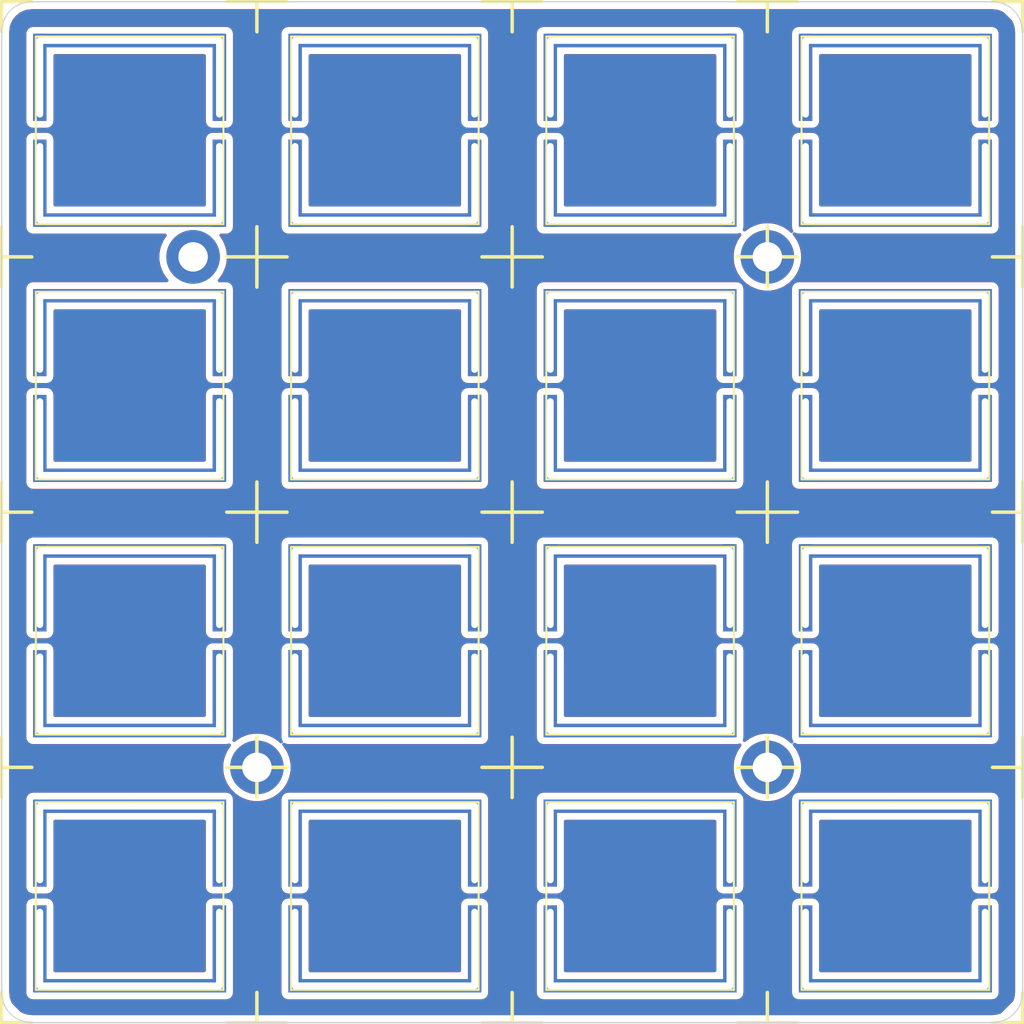
<source format=kicad_pcb>
(kicad_pcb (version 20171130) (host pcbnew "(5.0.1)-3")

  (general
    (thickness 1.6)
    (drawings 8)
    (tracks 0)
    (zones 0)
    (modules 20)
    (nets 1)
  )

  (page A3)
  (layers
    (0 F.Cu signal)
    (31 B.Cu signal)
    (32 B.Adhes user)
    (33 F.Adhes user)
    (34 B.Paste user)
    (35 F.Paste user)
    (36 B.SilkS user)
    (37 F.SilkS user)
    (38 B.Mask user)
    (39 F.Mask user)
    (40 Dwgs.User user)
    (41 Cmts.User user)
    (42 Eco1.User user)
    (43 Eco2.User user)
    (44 Edge.Cuts user)
  )

  (setup
    (last_trace_width 0.254)
    (trace_clearance 0.254)
    (zone_clearance 0.508)
    (zone_45_only no)
    (trace_min 0.1524)
    (segment_width 0.1)
    (edge_width 0.1)
    (via_size 0.889)
    (via_drill 0.635)
    (via_min_size 0.889)
    (via_min_drill 0.508)
    (uvia_size 0.508)
    (uvia_drill 0.127)
    (uvias_allowed no)
    (uvia_min_size 0.508)
    (uvia_min_drill 0.127)
    (pcb_text_width 0.3)
    (pcb_text_size 1.5 1.5)
    (mod_edge_width 0.15)
    (mod_text_size 1 1)
    (mod_text_width 0.15)
    (pad_size 1.7526 1.7526)
    (pad_drill 1.0922)
    (pad_to_mask_clearance 0)
    (solder_mask_min_width 0.25)
    (aux_axis_origin 0 0)
    (grid_origin 260.895 106.415)
    (visible_elements 7FFFFFFF)
    (pcbplotparams
      (layerselection 0x01fff_ffffffff)
      (usegerberextensions true)
      (usegerberattributes false)
      (usegerberadvancedattributes false)
      (creategerberjobfile false)
      (excludeedgelayer true)
      (linewidth 0.150000)
      (plotframeref false)
      (viasonmask false)
      (mode 1)
      (useauxorigin false)
      (hpglpennumber 1)
      (hpglpenspeed 20)
      (hpglpendiameter 15.000000)
      (psnegative false)
      (psa4output false)
      (plotreference true)
      (plotvalue true)
      (plotinvisibletext false)
      (padsonsilk false)
      (subtractmaskfromsilk false)
      (outputformat 1)
      (mirror false)
      (drillshape 0)
      (scaleselection 1)
      (outputdirectory "gerber/"))
  )

  (net 0 "")

  (net_class Default "This is the default net class."
    (clearance 0.254)
    (trace_width 0.254)
    (via_dia 0.889)
    (via_drill 0.635)
    (uvia_dia 0.508)
    (uvia_drill 0.127)
  )

  (module "Used_Footprints:metallized breakout cutout" (layer F.Cu) (tedit 5EA4AA24) (tstamp 5ECA1ABC)
    (at 299.02 163.64)
    (fp_text reference REF** (at 0 0.5) (layer F.SilkS) hide
      (effects (font (size 1 1) (thickness 0.15)))
    )
    (fp_text value "metallized breakout cutout" (at 0 -0.5) (layer F.Fab)
      (effects (font (size 1 1) (thickness 0.15)))
    )
    (fp_line (start 0 -7) (end -7 -7) (layer F.SilkS) (width 0.15))
    (fp_line (start -7 -7) (end -7 7) (layer F.SilkS) (width 0.15))
    (fp_line (start -7 7) (end 7 7) (layer F.SilkS) (width 0.15))
    (fp_line (start 7 7) (end 7 -7) (layer F.SilkS) (width 0.15))
    (fp_line (start 7 -7) (end 0 -7) (layer F.SilkS) (width 0.15))
    (fp_line (start -9.55 9.45) (end -9.55 7.2) (layer F.SilkS) (width 0.25))
    (fp_line (start -9.55 9.45) (end -7.3 9.45) (layer F.SilkS) (width 0.25))
    (fp_line (start -9.55 -9.6) (end -9.55 -7.35) (layer F.SilkS) (width 0.25))
    (fp_line (start -9.55 -9.6) (end -7.3 -9.6) (layer F.SilkS) (width 0.25))
    (fp_line (start 9.5 -9.6) (end 7.25 -9.6) (layer F.SilkS) (width 0.25))
    (fp_line (start 9.5 -9.6) (end 9.5 -7.35) (layer F.SilkS) (width 0.25))
    (fp_line (start 9.5 9.45) (end 9.5 7.2) (layer F.SilkS) (width 0.25))
    (fp_line (start 9.5 9.45) (end 7.25 9.45) (layer F.SilkS) (width 0.25))
    (pad 1 thru_hole custom (at -6.7 3.95) (size 1 6.5) (drill oval 0.5 6) (layers *.Cu *.Mask)
      (zone_connect 0)
      (options (clearance outline) (anchor rect))
      (primitives
      ))
    (pad 1 thru_hole custom (at -6.7 -3.95) (size 1 6.5) (drill oval 0.5 6) (layers *.Cu *.Mask)
      (zone_connect 0)
      (options (clearance outline) (anchor rect))
      (primitives
      ))
    (pad 1 thru_hole custom (at 6.7 3.95 180) (size 1 6.5) (drill oval 0.5 6) (layers *.Cu *.Mask)
      (zone_connect 0)
      (options (clearance outline) (anchor rect))
      (primitives
      ))
    (pad 1 thru_hole custom (at 0 -6.7 90) (size 1 14) (drill oval 0.5 13.5) (layers *.Cu *.Mask)
      (zone_connect 0)
      (options (clearance outline) (anchor rect))
      (primitives
      ))
    (pad 1 thru_hole custom (at 0 6.7 270) (size 1 14) (drill oval 0.5 13.5) (layers *.Cu *.Mask)
      (zone_connect 0)
      (options (clearance outline) (anchor rect))
      (primitives
      ))
    (pad 1 thru_hole custom (at 6.7 -3.95 180) (size 1 6.5) (drill oval 0.5 6) (layers *.Cu *.Mask)
      (zone_connect 0)
      (options (clearance outline) (anchor rect))
      (primitives
      ))
  )

  (module "Used_Footprints:metallized breakout cutout" (layer F.Cu) (tedit 5EA4AA21) (tstamp 5ECA1ABC)
    (at 279.97 163.64)
    (fp_text reference REF** (at 0 0.5) (layer F.SilkS) hide
      (effects (font (size 1 1) (thickness 0.15)))
    )
    (fp_text value "metallized breakout cutout" (at 0 -0.5) (layer F.Fab)
      (effects (font (size 1 1) (thickness 0.15)))
    )
    (fp_line (start 0 -7) (end -7 -7) (layer F.SilkS) (width 0.15))
    (fp_line (start -7 -7) (end -7 7) (layer F.SilkS) (width 0.15))
    (fp_line (start -7 7) (end 7 7) (layer F.SilkS) (width 0.15))
    (fp_line (start 7 7) (end 7 -7) (layer F.SilkS) (width 0.15))
    (fp_line (start 7 -7) (end 0 -7) (layer F.SilkS) (width 0.15))
    (fp_line (start -9.55 9.45) (end -9.55 7.2) (layer F.SilkS) (width 0.25))
    (fp_line (start -9.55 9.45) (end -7.3 9.45) (layer F.SilkS) (width 0.25))
    (fp_line (start -9.55 -9.6) (end -9.55 -7.35) (layer F.SilkS) (width 0.25))
    (fp_line (start -9.55 -9.6) (end -7.3 -9.6) (layer F.SilkS) (width 0.25))
    (fp_line (start 9.5 -9.6) (end 7.25 -9.6) (layer F.SilkS) (width 0.25))
    (fp_line (start 9.5 -9.6) (end 9.5 -7.35) (layer F.SilkS) (width 0.25))
    (fp_line (start 9.5 9.45) (end 9.5 7.2) (layer F.SilkS) (width 0.25))
    (fp_line (start 9.5 9.45) (end 7.25 9.45) (layer F.SilkS) (width 0.25))
    (pad 1 thru_hole custom (at -6.7 3.95) (size 1 6.5) (drill oval 0.5 6) (layers *.Cu *.Mask)
      (zone_connect 0)
      (options (clearance outline) (anchor rect))
      (primitives
      ))
    (pad 1 thru_hole custom (at -6.7 -3.95) (size 1 6.5) (drill oval 0.5 6) (layers *.Cu *.Mask)
      (zone_connect 0)
      (options (clearance outline) (anchor rect))
      (primitives
      ))
    (pad 1 thru_hole custom (at 6.7 3.95 180) (size 1 6.5) (drill oval 0.5 6) (layers *.Cu *.Mask)
      (zone_connect 0)
      (options (clearance outline) (anchor rect))
      (primitives
      ))
    (pad 1 thru_hole custom (at 0 -6.7 90) (size 1 14) (drill oval 0.5 13.5) (layers *.Cu *.Mask)
      (zone_connect 0)
      (options (clearance outline) (anchor rect))
      (primitives
      ))
    (pad 1 thru_hole custom (at 0 6.7 270) (size 1 14) (drill oval 0.5 13.5) (layers *.Cu *.Mask)
      (zone_connect 0)
      (options (clearance outline) (anchor rect))
      (primitives
      ))
    (pad 1 thru_hole custom (at 6.7 -3.95 180) (size 1 6.5) (drill oval 0.5 6) (layers *.Cu *.Mask)
      (zone_connect 0)
      (options (clearance outline) (anchor rect))
      (primitives
      ))
  )

  (module "Used_Footprints:metallized breakout cutout" (layer F.Cu) (tedit 5EA4AA1F) (tstamp 5ECA1ABC)
    (at 260.92 163.64)
    (fp_text reference REF** (at 0 0.5) (layer F.SilkS) hide
      (effects (font (size 1 1) (thickness 0.15)))
    )
    (fp_text value "metallized breakout cutout" (at 0 -0.5) (layer F.Fab)
      (effects (font (size 1 1) (thickness 0.15)))
    )
    (fp_line (start 0 -7) (end -7 -7) (layer F.SilkS) (width 0.15))
    (fp_line (start -7 -7) (end -7 7) (layer F.SilkS) (width 0.15))
    (fp_line (start -7 7) (end 7 7) (layer F.SilkS) (width 0.15))
    (fp_line (start 7 7) (end 7 -7) (layer F.SilkS) (width 0.15))
    (fp_line (start 7 -7) (end 0 -7) (layer F.SilkS) (width 0.15))
    (fp_line (start -9.55 9.45) (end -9.55 7.2) (layer F.SilkS) (width 0.25))
    (fp_line (start -9.55 9.45) (end -7.3 9.45) (layer F.SilkS) (width 0.25))
    (fp_line (start -9.55 -9.6) (end -9.55 -7.35) (layer F.SilkS) (width 0.25))
    (fp_line (start -9.55 -9.6) (end -7.3 -9.6) (layer F.SilkS) (width 0.25))
    (fp_line (start 9.5 -9.6) (end 7.25 -9.6) (layer F.SilkS) (width 0.25))
    (fp_line (start 9.5 -9.6) (end 9.5 -7.35) (layer F.SilkS) (width 0.25))
    (fp_line (start 9.5 9.45) (end 9.5 7.2) (layer F.SilkS) (width 0.25))
    (fp_line (start 9.5 9.45) (end 7.25 9.45) (layer F.SilkS) (width 0.25))
    (pad 1 thru_hole custom (at -6.7 3.95) (size 1 6.5) (drill oval 0.5 6) (layers *.Cu *.Mask)
      (zone_connect 0)
      (options (clearance outline) (anchor rect))
      (primitives
      ))
    (pad 1 thru_hole custom (at -6.7 -3.95) (size 1 6.5) (drill oval 0.5 6) (layers *.Cu *.Mask)
      (zone_connect 0)
      (options (clearance outline) (anchor rect))
      (primitives
      ))
    (pad 1 thru_hole custom (at 6.7 3.95 180) (size 1 6.5) (drill oval 0.5 6) (layers *.Cu *.Mask)
      (zone_connect 0)
      (options (clearance outline) (anchor rect))
      (primitives
      ))
    (pad 1 thru_hole custom (at 0 -6.7 90) (size 1 14) (drill oval 0.5 13.5) (layers *.Cu *.Mask)
      (zone_connect 0)
      (options (clearance outline) (anchor rect))
      (primitives
      ))
    (pad 1 thru_hole custom (at 0 6.7 270) (size 1 14) (drill oval 0.5 13.5) (layers *.Cu *.Mask)
      (zone_connect 0)
      (options (clearance outline) (anchor rect))
      (primitives
      ))
    (pad 1 thru_hole custom (at 6.7 -3.95 180) (size 1 6.5) (drill oval 0.5 6) (layers *.Cu *.Mask)
      (zone_connect 0)
      (options (clearance outline) (anchor rect))
      (primitives
      ))
  )

  (module "Used_Footprints:metallized breakout cutout" (layer F.Cu) (tedit 5EA4AA26) (tstamp 5ECA1ABC)
    (at 318.07 163.64)
    (fp_text reference REF** (at 0 0.5) (layer F.SilkS) hide
      (effects (font (size 1 1) (thickness 0.15)))
    )
    (fp_text value "metallized breakout cutout" (at 0 -0.5) (layer F.Fab)
      (effects (font (size 1 1) (thickness 0.15)))
    )
    (fp_line (start 0 -7) (end -7 -7) (layer F.SilkS) (width 0.15))
    (fp_line (start -7 -7) (end -7 7) (layer F.SilkS) (width 0.15))
    (fp_line (start -7 7) (end 7 7) (layer F.SilkS) (width 0.15))
    (fp_line (start 7 7) (end 7 -7) (layer F.SilkS) (width 0.15))
    (fp_line (start 7 -7) (end 0 -7) (layer F.SilkS) (width 0.15))
    (fp_line (start -9.55 9.45) (end -9.55 7.2) (layer F.SilkS) (width 0.25))
    (fp_line (start -9.55 9.45) (end -7.3 9.45) (layer F.SilkS) (width 0.25))
    (fp_line (start -9.55 -9.6) (end -9.55 -7.35) (layer F.SilkS) (width 0.25))
    (fp_line (start -9.55 -9.6) (end -7.3 -9.6) (layer F.SilkS) (width 0.25))
    (fp_line (start 9.5 -9.6) (end 7.25 -9.6) (layer F.SilkS) (width 0.25))
    (fp_line (start 9.5 -9.6) (end 9.5 -7.35) (layer F.SilkS) (width 0.25))
    (fp_line (start 9.5 9.45) (end 9.5 7.2) (layer F.SilkS) (width 0.25))
    (fp_line (start 9.5 9.45) (end 7.25 9.45) (layer F.SilkS) (width 0.25))
    (pad 1 thru_hole custom (at -6.7 3.95) (size 1 6.5) (drill oval 0.5 6) (layers *.Cu *.Mask)
      (zone_connect 0)
      (options (clearance outline) (anchor rect))
      (primitives
      ))
    (pad 1 thru_hole custom (at -6.7 -3.95) (size 1 6.5) (drill oval 0.5 6) (layers *.Cu *.Mask)
      (zone_connect 0)
      (options (clearance outline) (anchor rect))
      (primitives
      ))
    (pad 1 thru_hole custom (at 6.7 3.95 180) (size 1 6.5) (drill oval 0.5 6) (layers *.Cu *.Mask)
      (zone_connect 0)
      (options (clearance outline) (anchor rect))
      (primitives
      ))
    (pad 1 thru_hole custom (at 0 -6.7 90) (size 1 14) (drill oval 0.5 13.5) (layers *.Cu *.Mask)
      (zone_connect 0)
      (options (clearance outline) (anchor rect))
      (primitives
      ))
    (pad 1 thru_hole custom (at 0 6.7 270) (size 1 14) (drill oval 0.5 13.5) (layers *.Cu *.Mask)
      (zone_connect 0)
      (options (clearance outline) (anchor rect))
      (primitives
      ))
    (pad 1 thru_hole custom (at 6.7 -3.95 180) (size 1 6.5) (drill oval 0.5 6) (layers *.Cu *.Mask)
      (zone_connect 0)
      (options (clearance outline) (anchor rect))
      (primitives
      ))
  )

  (module "Used_Footprints:metallized breakout cutout" (layer F.Cu) (tedit 5EA4AA14) (tstamp 5ECA1ABC)
    (at 318.07 144.59)
    (fp_text reference REF** (at 0 0.5) (layer F.SilkS) hide
      (effects (font (size 1 1) (thickness 0.15)))
    )
    (fp_text value "metallized breakout cutout" (at 0 -0.5) (layer F.Fab)
      (effects (font (size 1 1) (thickness 0.15)))
    )
    (fp_line (start 0 -7) (end -7 -7) (layer F.SilkS) (width 0.15))
    (fp_line (start -7 -7) (end -7 7) (layer F.SilkS) (width 0.15))
    (fp_line (start -7 7) (end 7 7) (layer F.SilkS) (width 0.15))
    (fp_line (start 7 7) (end 7 -7) (layer F.SilkS) (width 0.15))
    (fp_line (start 7 -7) (end 0 -7) (layer F.SilkS) (width 0.15))
    (fp_line (start -9.55 9.45) (end -9.55 7.2) (layer F.SilkS) (width 0.25))
    (fp_line (start -9.55 9.45) (end -7.3 9.45) (layer F.SilkS) (width 0.25))
    (fp_line (start -9.55 -9.6) (end -9.55 -7.35) (layer F.SilkS) (width 0.25))
    (fp_line (start -9.55 -9.6) (end -7.3 -9.6) (layer F.SilkS) (width 0.25))
    (fp_line (start 9.5 -9.6) (end 7.25 -9.6) (layer F.SilkS) (width 0.25))
    (fp_line (start 9.5 -9.6) (end 9.5 -7.35) (layer F.SilkS) (width 0.25))
    (fp_line (start 9.5 9.45) (end 9.5 7.2) (layer F.SilkS) (width 0.25))
    (fp_line (start 9.5 9.45) (end 7.25 9.45) (layer F.SilkS) (width 0.25))
    (pad 1 thru_hole custom (at -6.7 3.95) (size 1 6.5) (drill oval 0.5 6) (layers *.Cu *.Mask)
      (zone_connect 0)
      (options (clearance outline) (anchor rect))
      (primitives
      ))
    (pad 1 thru_hole custom (at -6.7 -3.95) (size 1 6.5) (drill oval 0.5 6) (layers *.Cu *.Mask)
      (zone_connect 0)
      (options (clearance outline) (anchor rect))
      (primitives
      ))
    (pad 1 thru_hole custom (at 6.7 3.95 180) (size 1 6.5) (drill oval 0.5 6) (layers *.Cu *.Mask)
      (zone_connect 0)
      (options (clearance outline) (anchor rect))
      (primitives
      ))
    (pad 1 thru_hole custom (at 0 -6.7 90) (size 1 14) (drill oval 0.5 13.5) (layers *.Cu *.Mask)
      (zone_connect 0)
      (options (clearance outline) (anchor rect))
      (primitives
      ))
    (pad 1 thru_hole custom (at 0 6.7 270) (size 1 14) (drill oval 0.5 13.5) (layers *.Cu *.Mask)
      (zone_connect 0)
      (options (clearance outline) (anchor rect))
      (primitives
      ))
    (pad 1 thru_hole custom (at 6.7 -3.95 180) (size 1 6.5) (drill oval 0.5 6) (layers *.Cu *.Mask)
      (zone_connect 0)
      (options (clearance outline) (anchor rect))
      (primitives
      ))
  )

  (module "Used_Footprints:metallized breakout cutout" (layer F.Cu) (tedit 5EA4AA16) (tstamp 5ECA1ABC)
    (at 299.02 144.59)
    (fp_text reference REF** (at 0 0.5) (layer F.SilkS) hide
      (effects (font (size 1 1) (thickness 0.15)))
    )
    (fp_text value "metallized breakout cutout" (at 0 -0.5) (layer F.Fab)
      (effects (font (size 1 1) (thickness 0.15)))
    )
    (fp_line (start 0 -7) (end -7 -7) (layer F.SilkS) (width 0.15))
    (fp_line (start -7 -7) (end -7 7) (layer F.SilkS) (width 0.15))
    (fp_line (start -7 7) (end 7 7) (layer F.SilkS) (width 0.15))
    (fp_line (start 7 7) (end 7 -7) (layer F.SilkS) (width 0.15))
    (fp_line (start 7 -7) (end 0 -7) (layer F.SilkS) (width 0.15))
    (fp_line (start -9.55 9.45) (end -9.55 7.2) (layer F.SilkS) (width 0.25))
    (fp_line (start -9.55 9.45) (end -7.3 9.45) (layer F.SilkS) (width 0.25))
    (fp_line (start -9.55 -9.6) (end -9.55 -7.35) (layer F.SilkS) (width 0.25))
    (fp_line (start -9.55 -9.6) (end -7.3 -9.6) (layer F.SilkS) (width 0.25))
    (fp_line (start 9.5 -9.6) (end 7.25 -9.6) (layer F.SilkS) (width 0.25))
    (fp_line (start 9.5 -9.6) (end 9.5 -7.35) (layer F.SilkS) (width 0.25))
    (fp_line (start 9.5 9.45) (end 9.5 7.2) (layer F.SilkS) (width 0.25))
    (fp_line (start 9.5 9.45) (end 7.25 9.45) (layer F.SilkS) (width 0.25))
    (pad 1 thru_hole custom (at -6.7 3.95) (size 1 6.5) (drill oval 0.5 6) (layers *.Cu *.Mask)
      (zone_connect 0)
      (options (clearance outline) (anchor rect))
      (primitives
      ))
    (pad 1 thru_hole custom (at -6.7 -3.95) (size 1 6.5) (drill oval 0.5 6) (layers *.Cu *.Mask)
      (zone_connect 0)
      (options (clearance outline) (anchor rect))
      (primitives
      ))
    (pad 1 thru_hole custom (at 6.7 3.95 180) (size 1 6.5) (drill oval 0.5 6) (layers *.Cu *.Mask)
      (zone_connect 0)
      (options (clearance outline) (anchor rect))
      (primitives
      ))
    (pad 1 thru_hole custom (at 0 -6.7 90) (size 1 14) (drill oval 0.5 13.5) (layers *.Cu *.Mask)
      (zone_connect 0)
      (options (clearance outline) (anchor rect))
      (primitives
      ))
    (pad 1 thru_hole custom (at 0 6.7 270) (size 1 14) (drill oval 0.5 13.5) (layers *.Cu *.Mask)
      (zone_connect 0)
      (options (clearance outline) (anchor rect))
      (primitives
      ))
    (pad 1 thru_hole custom (at 6.7 -3.95 180) (size 1 6.5) (drill oval 0.5 6) (layers *.Cu *.Mask)
      (zone_connect 0)
      (options (clearance outline) (anchor rect))
      (primitives
      ))
  )

  (module "Used_Footprints:metallized breakout cutout" (layer F.Cu) (tedit 5EA4AA19) (tstamp 5ECA1ABC)
    (at 279.97 144.59)
    (fp_text reference REF** (at 0 0.5) (layer F.SilkS) hide
      (effects (font (size 1 1) (thickness 0.15)))
    )
    (fp_text value "metallized breakout cutout" (at 0 -0.5) (layer F.Fab)
      (effects (font (size 1 1) (thickness 0.15)))
    )
    (fp_line (start 0 -7) (end -7 -7) (layer F.SilkS) (width 0.15))
    (fp_line (start -7 -7) (end -7 7) (layer F.SilkS) (width 0.15))
    (fp_line (start -7 7) (end 7 7) (layer F.SilkS) (width 0.15))
    (fp_line (start 7 7) (end 7 -7) (layer F.SilkS) (width 0.15))
    (fp_line (start 7 -7) (end 0 -7) (layer F.SilkS) (width 0.15))
    (fp_line (start -9.55 9.45) (end -9.55 7.2) (layer F.SilkS) (width 0.25))
    (fp_line (start -9.55 9.45) (end -7.3 9.45) (layer F.SilkS) (width 0.25))
    (fp_line (start -9.55 -9.6) (end -9.55 -7.35) (layer F.SilkS) (width 0.25))
    (fp_line (start -9.55 -9.6) (end -7.3 -9.6) (layer F.SilkS) (width 0.25))
    (fp_line (start 9.5 -9.6) (end 7.25 -9.6) (layer F.SilkS) (width 0.25))
    (fp_line (start 9.5 -9.6) (end 9.5 -7.35) (layer F.SilkS) (width 0.25))
    (fp_line (start 9.5 9.45) (end 9.5 7.2) (layer F.SilkS) (width 0.25))
    (fp_line (start 9.5 9.45) (end 7.25 9.45) (layer F.SilkS) (width 0.25))
    (pad 1 thru_hole custom (at -6.7 3.95) (size 1 6.5) (drill oval 0.5 6) (layers *.Cu *.Mask)
      (zone_connect 0)
      (options (clearance outline) (anchor rect))
      (primitives
      ))
    (pad 1 thru_hole custom (at -6.7 -3.95) (size 1 6.5) (drill oval 0.5 6) (layers *.Cu *.Mask)
      (zone_connect 0)
      (options (clearance outline) (anchor rect))
      (primitives
      ))
    (pad 1 thru_hole custom (at 6.7 3.95 180) (size 1 6.5) (drill oval 0.5 6) (layers *.Cu *.Mask)
      (zone_connect 0)
      (options (clearance outline) (anchor rect))
      (primitives
      ))
    (pad 1 thru_hole custom (at 0 -6.7 90) (size 1 14) (drill oval 0.5 13.5) (layers *.Cu *.Mask)
      (zone_connect 0)
      (options (clearance outline) (anchor rect))
      (primitives
      ))
    (pad 1 thru_hole custom (at 0 6.7 270) (size 1 14) (drill oval 0.5 13.5) (layers *.Cu *.Mask)
      (zone_connect 0)
      (options (clearance outline) (anchor rect))
      (primitives
      ))
    (pad 1 thru_hole custom (at 6.7 -3.95 180) (size 1 6.5) (drill oval 0.5 6) (layers *.Cu *.Mask)
      (zone_connect 0)
      (options (clearance outline) (anchor rect))
      (primitives
      ))
  )

  (module "Used_Footprints:metallized breakout cutout" (layer F.Cu) (tedit 5EA4AA1C) (tstamp 5ECA1ABC)
    (at 260.92 144.59)
    (fp_text reference REF** (at 0 0.5) (layer F.SilkS) hide
      (effects (font (size 1 1) (thickness 0.15)))
    )
    (fp_text value "metallized breakout cutout" (at 0 -0.5) (layer F.Fab)
      (effects (font (size 1 1) (thickness 0.15)))
    )
    (fp_line (start 0 -7) (end -7 -7) (layer F.SilkS) (width 0.15))
    (fp_line (start -7 -7) (end -7 7) (layer F.SilkS) (width 0.15))
    (fp_line (start -7 7) (end 7 7) (layer F.SilkS) (width 0.15))
    (fp_line (start 7 7) (end 7 -7) (layer F.SilkS) (width 0.15))
    (fp_line (start 7 -7) (end 0 -7) (layer F.SilkS) (width 0.15))
    (fp_line (start -9.55 9.45) (end -9.55 7.2) (layer F.SilkS) (width 0.25))
    (fp_line (start -9.55 9.45) (end -7.3 9.45) (layer F.SilkS) (width 0.25))
    (fp_line (start -9.55 -9.6) (end -9.55 -7.35) (layer F.SilkS) (width 0.25))
    (fp_line (start -9.55 -9.6) (end -7.3 -9.6) (layer F.SilkS) (width 0.25))
    (fp_line (start 9.5 -9.6) (end 7.25 -9.6) (layer F.SilkS) (width 0.25))
    (fp_line (start 9.5 -9.6) (end 9.5 -7.35) (layer F.SilkS) (width 0.25))
    (fp_line (start 9.5 9.45) (end 9.5 7.2) (layer F.SilkS) (width 0.25))
    (fp_line (start 9.5 9.45) (end 7.25 9.45) (layer F.SilkS) (width 0.25))
    (pad 1 thru_hole custom (at -6.7 3.95) (size 1 6.5) (drill oval 0.5 6) (layers *.Cu *.Mask)
      (zone_connect 0)
      (options (clearance outline) (anchor rect))
      (primitives
      ))
    (pad 1 thru_hole custom (at -6.7 -3.95) (size 1 6.5) (drill oval 0.5 6) (layers *.Cu *.Mask)
      (zone_connect 0)
      (options (clearance outline) (anchor rect))
      (primitives
      ))
    (pad 1 thru_hole custom (at 6.7 3.95 180) (size 1 6.5) (drill oval 0.5 6) (layers *.Cu *.Mask)
      (zone_connect 0)
      (options (clearance outline) (anchor rect))
      (primitives
      ))
    (pad 1 thru_hole custom (at 0 -6.7 90) (size 1 14) (drill oval 0.5 13.5) (layers *.Cu *.Mask)
      (zone_connect 0)
      (options (clearance outline) (anchor rect))
      (primitives
      ))
    (pad 1 thru_hole custom (at 0 6.7 270) (size 1 14) (drill oval 0.5 13.5) (layers *.Cu *.Mask)
      (zone_connect 0)
      (options (clearance outline) (anchor rect))
      (primitives
      ))
    (pad 1 thru_hole custom (at 6.7 -3.95 180) (size 1 6.5) (drill oval 0.5 6) (layers *.Cu *.Mask)
      (zone_connect 0)
      (options (clearance outline) (anchor rect))
      (primitives
      ))
  )

  (module "Used_Footprints:metallized breakout cutout" (layer F.Cu) (tedit 5EA4A9FC) (tstamp 5ECA1ABC)
    (at 260.92 125.54)
    (fp_text reference REF** (at 0 0.5) (layer F.SilkS) hide
      (effects (font (size 1 1) (thickness 0.15)))
    )
    (fp_text value "metallized breakout cutout" (at 0 -0.5) (layer F.Fab)
      (effects (font (size 1 1) (thickness 0.15)))
    )
    (fp_line (start 0 -7) (end -7 -7) (layer F.SilkS) (width 0.15))
    (fp_line (start -7 -7) (end -7 7) (layer F.SilkS) (width 0.15))
    (fp_line (start -7 7) (end 7 7) (layer F.SilkS) (width 0.15))
    (fp_line (start 7 7) (end 7 -7) (layer F.SilkS) (width 0.15))
    (fp_line (start 7 -7) (end 0 -7) (layer F.SilkS) (width 0.15))
    (fp_line (start -9.55 9.45) (end -9.55 7.2) (layer F.SilkS) (width 0.25))
    (fp_line (start -9.55 9.45) (end -7.3 9.45) (layer F.SilkS) (width 0.25))
    (fp_line (start -9.55 -9.6) (end -9.55 -7.35) (layer F.SilkS) (width 0.25))
    (fp_line (start -9.55 -9.6) (end -7.3 -9.6) (layer F.SilkS) (width 0.25))
    (fp_line (start 9.5 -9.6) (end 7.25 -9.6) (layer F.SilkS) (width 0.25))
    (fp_line (start 9.5 -9.6) (end 9.5 -7.35) (layer F.SilkS) (width 0.25))
    (fp_line (start 9.5 9.45) (end 9.5 7.2) (layer F.SilkS) (width 0.25))
    (fp_line (start 9.5 9.45) (end 7.25 9.45) (layer F.SilkS) (width 0.25))
    (pad 1 thru_hole custom (at -6.7 3.95) (size 1 6.5) (drill oval 0.5 6) (layers *.Cu *.Mask)
      (zone_connect 0)
      (options (clearance outline) (anchor rect))
      (primitives
      ))
    (pad 1 thru_hole custom (at -6.7 -3.95) (size 1 6.5) (drill oval 0.5 6) (layers *.Cu *.Mask)
      (zone_connect 0)
      (options (clearance outline) (anchor rect))
      (primitives
      ))
    (pad 1 thru_hole custom (at 6.7 3.95 180) (size 1 6.5) (drill oval 0.5 6) (layers *.Cu *.Mask)
      (zone_connect 0)
      (options (clearance outline) (anchor rect))
      (primitives
      ))
    (pad 1 thru_hole custom (at 0 -6.7 90) (size 1 14) (drill oval 0.5 13.5) (layers *.Cu *.Mask)
      (zone_connect 0)
      (options (clearance outline) (anchor rect))
      (primitives
      ))
    (pad 1 thru_hole custom (at 0 6.7 270) (size 1 14) (drill oval 0.5 13.5) (layers *.Cu *.Mask)
      (zone_connect 0)
      (options (clearance outline) (anchor rect))
      (primitives
      ))
    (pad 1 thru_hole custom (at 6.7 -3.95 180) (size 1 6.5) (drill oval 0.5 6) (layers *.Cu *.Mask)
      (zone_connect 0)
      (options (clearance outline) (anchor rect))
      (primitives
      ))
  )

  (module "Used_Footprints:metallized breakout cutout" (layer F.Cu) (tedit 5EA4AA05) (tstamp 5ECA1ABC)
    (at 279.97 125.54)
    (fp_text reference REF** (at 0 0.5) (layer F.SilkS) hide
      (effects (font (size 1 1) (thickness 0.15)))
    )
    (fp_text value "metallized breakout cutout" (at 0 -0.5) (layer F.Fab)
      (effects (font (size 1 1) (thickness 0.15)))
    )
    (fp_line (start 0 -7) (end -7 -7) (layer F.SilkS) (width 0.15))
    (fp_line (start -7 -7) (end -7 7) (layer F.SilkS) (width 0.15))
    (fp_line (start -7 7) (end 7 7) (layer F.SilkS) (width 0.15))
    (fp_line (start 7 7) (end 7 -7) (layer F.SilkS) (width 0.15))
    (fp_line (start 7 -7) (end 0 -7) (layer F.SilkS) (width 0.15))
    (fp_line (start -9.55 9.45) (end -9.55 7.2) (layer F.SilkS) (width 0.25))
    (fp_line (start -9.55 9.45) (end -7.3 9.45) (layer F.SilkS) (width 0.25))
    (fp_line (start -9.55 -9.6) (end -9.55 -7.35) (layer F.SilkS) (width 0.25))
    (fp_line (start -9.55 -9.6) (end -7.3 -9.6) (layer F.SilkS) (width 0.25))
    (fp_line (start 9.5 -9.6) (end 7.25 -9.6) (layer F.SilkS) (width 0.25))
    (fp_line (start 9.5 -9.6) (end 9.5 -7.35) (layer F.SilkS) (width 0.25))
    (fp_line (start 9.5 9.45) (end 9.5 7.2) (layer F.SilkS) (width 0.25))
    (fp_line (start 9.5 9.45) (end 7.25 9.45) (layer F.SilkS) (width 0.25))
    (pad 1 thru_hole custom (at -6.7 3.95) (size 1 6.5) (drill oval 0.5 6) (layers *.Cu *.Mask)
      (zone_connect 0)
      (options (clearance outline) (anchor rect))
      (primitives
      ))
    (pad 1 thru_hole custom (at -6.7 -3.95) (size 1 6.5) (drill oval 0.5 6) (layers *.Cu *.Mask)
      (zone_connect 0)
      (options (clearance outline) (anchor rect))
      (primitives
      ))
    (pad 1 thru_hole custom (at 6.7 3.95 180) (size 1 6.5) (drill oval 0.5 6) (layers *.Cu *.Mask)
      (zone_connect 0)
      (options (clearance outline) (anchor rect))
      (primitives
      ))
    (pad 1 thru_hole custom (at 0 -6.7 90) (size 1 14) (drill oval 0.5 13.5) (layers *.Cu *.Mask)
      (zone_connect 0)
      (options (clearance outline) (anchor rect))
      (primitives
      ))
    (pad 1 thru_hole custom (at 0 6.7 270) (size 1 14) (drill oval 0.5 13.5) (layers *.Cu *.Mask)
      (zone_connect 0)
      (options (clearance outline) (anchor rect))
      (primitives
      ))
    (pad 1 thru_hole custom (at 6.7 -3.95 180) (size 1 6.5) (drill oval 0.5 6) (layers *.Cu *.Mask)
      (zone_connect 0)
      (options (clearance outline) (anchor rect))
      (primitives
      ))
  )

  (module "Used_Footprints:metallized breakout cutout" (layer F.Cu) (tedit 5EA4AA0B) (tstamp 5ECA1ABC)
    (at 299.02 125.54)
    (fp_text reference REF** (at 0 0.5) (layer F.SilkS) hide
      (effects (font (size 1 1) (thickness 0.15)))
    )
    (fp_text value "metallized breakout cutout" (at 0 -0.5) (layer F.Fab)
      (effects (font (size 1 1) (thickness 0.15)))
    )
    (fp_line (start 0 -7) (end -7 -7) (layer F.SilkS) (width 0.15))
    (fp_line (start -7 -7) (end -7 7) (layer F.SilkS) (width 0.15))
    (fp_line (start -7 7) (end 7 7) (layer F.SilkS) (width 0.15))
    (fp_line (start 7 7) (end 7 -7) (layer F.SilkS) (width 0.15))
    (fp_line (start 7 -7) (end 0 -7) (layer F.SilkS) (width 0.15))
    (fp_line (start -9.55 9.45) (end -9.55 7.2) (layer F.SilkS) (width 0.25))
    (fp_line (start -9.55 9.45) (end -7.3 9.45) (layer F.SilkS) (width 0.25))
    (fp_line (start -9.55 -9.6) (end -9.55 -7.35) (layer F.SilkS) (width 0.25))
    (fp_line (start -9.55 -9.6) (end -7.3 -9.6) (layer F.SilkS) (width 0.25))
    (fp_line (start 9.5 -9.6) (end 7.25 -9.6) (layer F.SilkS) (width 0.25))
    (fp_line (start 9.5 -9.6) (end 9.5 -7.35) (layer F.SilkS) (width 0.25))
    (fp_line (start 9.5 9.45) (end 9.5 7.2) (layer F.SilkS) (width 0.25))
    (fp_line (start 9.5 9.45) (end 7.25 9.45) (layer F.SilkS) (width 0.25))
    (pad 1 thru_hole custom (at -6.7 3.95) (size 1 6.5) (drill oval 0.5 6) (layers *.Cu *.Mask)
      (zone_connect 0)
      (options (clearance outline) (anchor rect))
      (primitives
      ))
    (pad 1 thru_hole custom (at -6.7 -3.95) (size 1 6.5) (drill oval 0.5 6) (layers *.Cu *.Mask)
      (zone_connect 0)
      (options (clearance outline) (anchor rect))
      (primitives
      ))
    (pad 1 thru_hole custom (at 6.7 3.95 180) (size 1 6.5) (drill oval 0.5 6) (layers *.Cu *.Mask)
      (zone_connect 0)
      (options (clearance outline) (anchor rect))
      (primitives
      ))
    (pad 1 thru_hole custom (at 0 -6.7 90) (size 1 14) (drill oval 0.5 13.5) (layers *.Cu *.Mask)
      (zone_connect 0)
      (options (clearance outline) (anchor rect))
      (primitives
      ))
    (pad 1 thru_hole custom (at 0 6.7 270) (size 1 14) (drill oval 0.5 13.5) (layers *.Cu *.Mask)
      (zone_connect 0)
      (options (clearance outline) (anchor rect))
      (primitives
      ))
    (pad 1 thru_hole custom (at 6.7 -3.95 180) (size 1 6.5) (drill oval 0.5 6) (layers *.Cu *.Mask)
      (zone_connect 0)
      (options (clearance outline) (anchor rect))
      (primitives
      ))
  )

  (module "Used_Footprints:metallized breakout cutout" (layer F.Cu) (tedit 5EA4AA11) (tstamp 5ECA1ABC)
    (at 318.07 125.54)
    (fp_text reference REF** (at 0 0.5) (layer F.SilkS) hide
      (effects (font (size 1 1) (thickness 0.15)))
    )
    (fp_text value "metallized breakout cutout" (at 0 -0.5) (layer F.Fab)
      (effects (font (size 1 1) (thickness 0.15)))
    )
    (fp_line (start 0 -7) (end -7 -7) (layer F.SilkS) (width 0.15))
    (fp_line (start -7 -7) (end -7 7) (layer F.SilkS) (width 0.15))
    (fp_line (start -7 7) (end 7 7) (layer F.SilkS) (width 0.15))
    (fp_line (start 7 7) (end 7 -7) (layer F.SilkS) (width 0.15))
    (fp_line (start 7 -7) (end 0 -7) (layer F.SilkS) (width 0.15))
    (fp_line (start -9.55 9.45) (end -9.55 7.2) (layer F.SilkS) (width 0.25))
    (fp_line (start -9.55 9.45) (end -7.3 9.45) (layer F.SilkS) (width 0.25))
    (fp_line (start -9.55 -9.6) (end -9.55 -7.35) (layer F.SilkS) (width 0.25))
    (fp_line (start -9.55 -9.6) (end -7.3 -9.6) (layer F.SilkS) (width 0.25))
    (fp_line (start 9.5 -9.6) (end 7.25 -9.6) (layer F.SilkS) (width 0.25))
    (fp_line (start 9.5 -9.6) (end 9.5 -7.35) (layer F.SilkS) (width 0.25))
    (fp_line (start 9.5 9.45) (end 9.5 7.2) (layer F.SilkS) (width 0.25))
    (fp_line (start 9.5 9.45) (end 7.25 9.45) (layer F.SilkS) (width 0.25))
    (pad 1 thru_hole custom (at -6.7 3.95) (size 1 6.5) (drill oval 0.5 6) (layers *.Cu *.Mask)
      (zone_connect 0)
      (options (clearance outline) (anchor rect))
      (primitives
      ))
    (pad 1 thru_hole custom (at -6.7 -3.95) (size 1 6.5) (drill oval 0.5 6) (layers *.Cu *.Mask)
      (zone_connect 0)
      (options (clearance outline) (anchor rect))
      (primitives
      ))
    (pad 1 thru_hole custom (at 6.7 3.95 180) (size 1 6.5) (drill oval 0.5 6) (layers *.Cu *.Mask)
      (zone_connect 0)
      (options (clearance outline) (anchor rect))
      (primitives
      ))
    (pad 1 thru_hole custom (at 0 -6.7 90) (size 1 14) (drill oval 0.5 13.5) (layers *.Cu *.Mask)
      (zone_connect 0)
      (options (clearance outline) (anchor rect))
      (primitives
      ))
    (pad 1 thru_hole custom (at 0 6.7 270) (size 1 14) (drill oval 0.5 13.5) (layers *.Cu *.Mask)
      (zone_connect 0)
      (options (clearance outline) (anchor rect))
      (primitives
      ))
    (pad 1 thru_hole custom (at 6.7 -3.95 180) (size 1 6.5) (drill oval 0.5 6) (layers *.Cu *.Mask)
      (zone_connect 0)
      (options (clearance outline) (anchor rect))
      (primitives
      ))
  )

  (module "Used_Footprints:metallized breakout cutout" (layer F.Cu) (tedit 5EA4AA0E) (tstamp 5ECA1ABC)
    (at 318.07 106.49)
    (fp_text reference REF** (at 0 0.5) (layer F.SilkS) hide
      (effects (font (size 1 1) (thickness 0.15)))
    )
    (fp_text value "metallized breakout cutout" (at 0 -0.5) (layer F.Fab)
      (effects (font (size 1 1) (thickness 0.15)))
    )
    (fp_line (start 0 -7) (end -7 -7) (layer F.SilkS) (width 0.15))
    (fp_line (start -7 -7) (end -7 7) (layer F.SilkS) (width 0.15))
    (fp_line (start -7 7) (end 7 7) (layer F.SilkS) (width 0.15))
    (fp_line (start 7 7) (end 7 -7) (layer F.SilkS) (width 0.15))
    (fp_line (start 7 -7) (end 0 -7) (layer F.SilkS) (width 0.15))
    (fp_line (start -9.55 9.45) (end -9.55 7.2) (layer F.SilkS) (width 0.25))
    (fp_line (start -9.55 9.45) (end -7.3 9.45) (layer F.SilkS) (width 0.25))
    (fp_line (start -9.55 -9.6) (end -9.55 -7.35) (layer F.SilkS) (width 0.25))
    (fp_line (start -9.55 -9.6) (end -7.3 -9.6) (layer F.SilkS) (width 0.25))
    (fp_line (start 9.5 -9.6) (end 7.25 -9.6) (layer F.SilkS) (width 0.25))
    (fp_line (start 9.5 -9.6) (end 9.5 -7.35) (layer F.SilkS) (width 0.25))
    (fp_line (start 9.5 9.45) (end 9.5 7.2) (layer F.SilkS) (width 0.25))
    (fp_line (start 9.5 9.45) (end 7.25 9.45) (layer F.SilkS) (width 0.25))
    (pad 1 thru_hole custom (at -6.7 3.95) (size 1 6.5) (drill oval 0.5 6) (layers *.Cu *.Mask)
      (zone_connect 0)
      (options (clearance outline) (anchor rect))
      (primitives
      ))
    (pad 1 thru_hole custom (at -6.7 -3.95) (size 1 6.5) (drill oval 0.5 6) (layers *.Cu *.Mask)
      (zone_connect 0)
      (options (clearance outline) (anchor rect))
      (primitives
      ))
    (pad 1 thru_hole custom (at 6.7 3.95 180) (size 1 6.5) (drill oval 0.5 6) (layers *.Cu *.Mask)
      (zone_connect 0)
      (options (clearance outline) (anchor rect))
      (primitives
      ))
    (pad 1 thru_hole custom (at 0 -6.7 90) (size 1 14) (drill oval 0.5 13.5) (layers *.Cu *.Mask)
      (zone_connect 0)
      (options (clearance outline) (anchor rect))
      (primitives
      ))
    (pad 1 thru_hole custom (at 0 6.7 270) (size 1 14) (drill oval 0.5 13.5) (layers *.Cu *.Mask)
      (zone_connect 0)
      (options (clearance outline) (anchor rect))
      (primitives
      ))
    (pad 1 thru_hole custom (at 6.7 -3.95 180) (size 1 6.5) (drill oval 0.5 6) (layers *.Cu *.Mask)
      (zone_connect 0)
      (options (clearance outline) (anchor rect))
      (primitives
      ))
  )

  (module "Used_Footprints:metallized breakout cutout" (layer F.Cu) (tedit 5EA4AA09) (tstamp 5ECA1ABC)
    (at 299.02 106.49)
    (fp_text reference REF** (at 0 0.5) (layer F.SilkS) hide
      (effects (font (size 1 1) (thickness 0.15)))
    )
    (fp_text value "metallized breakout cutout" (at 0 -0.5) (layer F.Fab)
      (effects (font (size 1 1) (thickness 0.15)))
    )
    (fp_line (start 0 -7) (end -7 -7) (layer F.SilkS) (width 0.15))
    (fp_line (start -7 -7) (end -7 7) (layer F.SilkS) (width 0.15))
    (fp_line (start -7 7) (end 7 7) (layer F.SilkS) (width 0.15))
    (fp_line (start 7 7) (end 7 -7) (layer F.SilkS) (width 0.15))
    (fp_line (start 7 -7) (end 0 -7) (layer F.SilkS) (width 0.15))
    (fp_line (start -9.55 9.45) (end -9.55 7.2) (layer F.SilkS) (width 0.25))
    (fp_line (start -9.55 9.45) (end -7.3 9.45) (layer F.SilkS) (width 0.25))
    (fp_line (start -9.55 -9.6) (end -9.55 -7.35) (layer F.SilkS) (width 0.25))
    (fp_line (start -9.55 -9.6) (end -7.3 -9.6) (layer F.SilkS) (width 0.25))
    (fp_line (start 9.5 -9.6) (end 7.25 -9.6) (layer F.SilkS) (width 0.25))
    (fp_line (start 9.5 -9.6) (end 9.5 -7.35) (layer F.SilkS) (width 0.25))
    (fp_line (start 9.5 9.45) (end 9.5 7.2) (layer F.SilkS) (width 0.25))
    (fp_line (start 9.5 9.45) (end 7.25 9.45) (layer F.SilkS) (width 0.25))
    (pad 1 thru_hole custom (at -6.7 3.95) (size 1 6.5) (drill oval 0.5 6) (layers *.Cu *.Mask)
      (zone_connect 0)
      (options (clearance outline) (anchor rect))
      (primitives
      ))
    (pad 1 thru_hole custom (at -6.7 -3.95) (size 1 6.5) (drill oval 0.5 6) (layers *.Cu *.Mask)
      (zone_connect 0)
      (options (clearance outline) (anchor rect))
      (primitives
      ))
    (pad 1 thru_hole custom (at 6.7 3.95 180) (size 1 6.5) (drill oval 0.5 6) (layers *.Cu *.Mask)
      (zone_connect 0)
      (options (clearance outline) (anchor rect))
      (primitives
      ))
    (pad 1 thru_hole custom (at 0 -6.7 90) (size 1 14) (drill oval 0.5 13.5) (layers *.Cu *.Mask)
      (zone_connect 0)
      (options (clearance outline) (anchor rect))
      (primitives
      ))
    (pad 1 thru_hole custom (at 0 6.7 270) (size 1 14) (drill oval 0.5 13.5) (layers *.Cu *.Mask)
      (zone_connect 0)
      (options (clearance outline) (anchor rect))
      (primitives
      ))
    (pad 1 thru_hole custom (at 6.7 -3.95 180) (size 1 6.5) (drill oval 0.5 6) (layers *.Cu *.Mask)
      (zone_connect 0)
      (options (clearance outline) (anchor rect))
      (primitives
      ))
  )

  (module "Used_Footprints:metallized breakout cutout" (layer F.Cu) (tedit 5EA4AA03) (tstamp 5ECA1ABC)
    (at 279.97 106.49)
    (fp_text reference REF** (at 0 0.5) (layer F.SilkS) hide
      (effects (font (size 1 1) (thickness 0.15)))
    )
    (fp_text value "metallized breakout cutout" (at 0 -0.5) (layer F.Fab)
      (effects (font (size 1 1) (thickness 0.15)))
    )
    (fp_line (start 0 -7) (end -7 -7) (layer F.SilkS) (width 0.15))
    (fp_line (start -7 -7) (end -7 7) (layer F.SilkS) (width 0.15))
    (fp_line (start -7 7) (end 7 7) (layer F.SilkS) (width 0.15))
    (fp_line (start 7 7) (end 7 -7) (layer F.SilkS) (width 0.15))
    (fp_line (start 7 -7) (end 0 -7) (layer F.SilkS) (width 0.15))
    (fp_line (start -9.55 9.45) (end -9.55 7.2) (layer F.SilkS) (width 0.25))
    (fp_line (start -9.55 9.45) (end -7.3 9.45) (layer F.SilkS) (width 0.25))
    (fp_line (start -9.55 -9.6) (end -9.55 -7.35) (layer F.SilkS) (width 0.25))
    (fp_line (start -9.55 -9.6) (end -7.3 -9.6) (layer F.SilkS) (width 0.25))
    (fp_line (start 9.5 -9.6) (end 7.25 -9.6) (layer F.SilkS) (width 0.25))
    (fp_line (start 9.5 -9.6) (end 9.5 -7.35) (layer F.SilkS) (width 0.25))
    (fp_line (start 9.5 9.45) (end 9.5 7.2) (layer F.SilkS) (width 0.25))
    (fp_line (start 9.5 9.45) (end 7.25 9.45) (layer F.SilkS) (width 0.25))
    (pad 1 thru_hole custom (at -6.7 3.95) (size 1 6.5) (drill oval 0.5 6) (layers *.Cu *.Mask)
      (zone_connect 0)
      (options (clearance outline) (anchor rect))
      (primitives
      ))
    (pad 1 thru_hole custom (at -6.7 -3.95) (size 1 6.5) (drill oval 0.5 6) (layers *.Cu *.Mask)
      (zone_connect 0)
      (options (clearance outline) (anchor rect))
      (primitives
      ))
    (pad 1 thru_hole custom (at 6.7 3.95 180) (size 1 6.5) (drill oval 0.5 6) (layers *.Cu *.Mask)
      (zone_connect 0)
      (options (clearance outline) (anchor rect))
      (primitives
      ))
    (pad 1 thru_hole custom (at 0 -6.7 90) (size 1 14) (drill oval 0.5 13.5) (layers *.Cu *.Mask)
      (zone_connect 0)
      (options (clearance outline) (anchor rect))
      (primitives
      ))
    (pad 1 thru_hole custom (at 0 6.7 270) (size 1 14) (drill oval 0.5 13.5) (layers *.Cu *.Mask)
      (zone_connect 0)
      (options (clearance outline) (anchor rect))
      (primitives
      ))
    (pad 1 thru_hole custom (at 6.7 -3.95 180) (size 1 6.5) (drill oval 0.5 6) (layers *.Cu *.Mask)
      (zone_connect 0)
      (options (clearance outline) (anchor rect))
      (primitives
      ))
  )

  (module "Used_Footprints:metallized breakout cutout" (layer F.Cu) (tedit 5EA4AA00) (tstamp 5ECA1A90)
    (at 260.92 106.49)
    (fp_text reference REF** (at 0 0.5) (layer F.SilkS) hide
      (effects (font (size 1 1) (thickness 0.15)))
    )
    (fp_text value "metallized breakout cutout" (at 0 -0.5) (layer F.Fab)
      (effects (font (size 1 1) (thickness 0.15)))
    )
    (fp_line (start 9.5 9.45) (end 7.25 9.45) (layer F.SilkS) (width 0.25))
    (fp_line (start 9.5 9.45) (end 9.5 7.2) (layer F.SilkS) (width 0.25))
    (fp_line (start 9.5 -9.6) (end 9.5 -7.35) (layer F.SilkS) (width 0.25))
    (fp_line (start 9.5 -9.6) (end 7.25 -9.6) (layer F.SilkS) (width 0.25))
    (fp_line (start -9.55 -9.6) (end -7.3 -9.6) (layer F.SilkS) (width 0.25))
    (fp_line (start -9.55 -9.6) (end -9.55 -7.35) (layer F.SilkS) (width 0.25))
    (fp_line (start -9.55 9.45) (end -7.3 9.45) (layer F.SilkS) (width 0.25))
    (fp_line (start -9.55 9.45) (end -9.55 7.2) (layer F.SilkS) (width 0.25))
    (fp_line (start 7 -7) (end 0 -7) (layer F.SilkS) (width 0.15))
    (fp_line (start 7 7) (end 7 -7) (layer F.SilkS) (width 0.15))
    (fp_line (start -7 7) (end 7 7) (layer F.SilkS) (width 0.15))
    (fp_line (start -7 -7) (end -7 7) (layer F.SilkS) (width 0.15))
    (fp_line (start 0 -7) (end -7 -7) (layer F.SilkS) (width 0.15))
    (pad 1 thru_hole custom (at 6.7 -3.95 180) (size 1 6.5) (drill oval 0.5 6) (layers *.Cu *.Mask)
      (zone_connect 0)
      (options (clearance outline) (anchor rect))
      (primitives
      ))
    (pad 1 thru_hole custom (at 0 6.7 270) (size 1 14) (drill oval 0.5 13.5) (layers *.Cu *.Mask)
      (zone_connect 0)
      (options (clearance outline) (anchor rect))
      (primitives
      ))
    (pad 1 thru_hole custom (at 0 -6.7 90) (size 1 14) (drill oval 0.5 13.5) (layers *.Cu *.Mask)
      (zone_connect 0)
      (options (clearance outline) (anchor rect))
      (primitives
      ))
    (pad 1 thru_hole custom (at 6.7 3.95 180) (size 1 6.5) (drill oval 0.5 6) (layers *.Cu *.Mask)
      (zone_connect 0)
      (options (clearance outline) (anchor rect))
      (primitives
      ))
    (pad 1 thru_hole custom (at -6.7 -3.95) (size 1 6.5) (drill oval 0.5 6) (layers *.Cu *.Mask)
      (zone_connect 0)
      (options (clearance outline) (anchor rect))
      (primitives
      ))
    (pad 1 thru_hole custom (at -6.7 3.95) (size 1 6.5) (drill oval 0.5 6) (layers *.Cu *.Mask)
      (zone_connect 0)
      (options (clearance outline) (anchor rect))
      (primitives
      ))
  )

  (module Used_Footprints:Hole_Cover_M2 (layer F.Cu) (tedit 5EA4AC2D) (tstamp 5EB146BA)
    (at 265.6575 115.94)
    (fp_text reference REF** (at 0.09 -2.71) (layer F.SilkS) hide
      (effects (font (size 1 1) (thickness 0.15)))
    )
    (fp_text value Hole_Cover_M2 (at 0.09 -3.71) (layer F.Fab)
      (effects (font (size 1 1) (thickness 0.15)))
    )
    (pad 1 thru_hole circle (at 0 0) (size 4 4) (drill 2.2) (layers *.Cu *.Mask))
  )

  (module Used_Footprints:Hole_Cover_M2 (layer F.Cu) (tedit 5EA4AC36) (tstamp 5EB1477E)
    (at 308.52 115.94)
    (fp_text reference REF** (at 0.09 -2.71) (layer F.SilkS) hide
      (effects (font (size 1 1) (thickness 0.15)))
    )
    (fp_text value Hole_Cover_M2 (at 0.09 -3.71) (layer F.Fab)
      (effects (font (size 1 1) (thickness 0.15)))
    )
    (pad 1 thru_hole circle (at 0 0) (size 4 4) (drill 2.2) (layers *.Cu *.Mask))
  )

  (module Used_Footprints:Hole_Cover_M2 (layer F.Cu) (tedit 5EA4AC3D) (tstamp 5EB147A0)
    (at 308.52 154.04)
    (fp_text reference REF** (at 0.09 -2.71) (layer F.SilkS) hide
      (effects (font (size 1 1) (thickness 0.15)))
    )
    (fp_text value Hole_Cover_M2 (at 0.09 -3.71) (layer F.Fab)
      (effects (font (size 1 1) (thickness 0.15)))
    )
    (pad 1 thru_hole circle (at 0 0) (size 4 4) (drill 2.2) (layers *.Cu *.Mask))
  )

  (module Used_Footprints:Hole_Cover_M2 (layer F.Cu) (tedit 5EA4AC41) (tstamp 5EB147C2)
    (at 270.42 154.04)
    (fp_text reference REF** (at 0.09 -2.71) (layer F.SilkS) hide
      (effects (font (size 1 1) (thickness 0.15)))
    )
    (fp_text value Hole_Cover_M2 (at 0.09 -3.71) (layer F.Fab)
      (effects (font (size 1 1) (thickness 0.15)))
    )
    (pad 1 thru_hole circle (at 0 0) (size 4 4) (drill 2.2) (layers *.Cu *.Mask))
  )

  (gr_arc (start 325.32 99.14) (end 327.57 99.14) (angle -90) (layer Edge.Cuts) (width 0.1))
  (gr_arc (start 325.32 170.84) (end 325.32 173.09) (angle -90) (layer Edge.Cuts) (width 0.1))
  (gr_arc (start 253.62 170.84) (end 251.37 170.84) (angle -90) (layer Edge.Cuts) (width 0.1))
  (gr_arc (start 253.62 99.14) (end 253.62 96.89) (angle -90) (layer Edge.Cuts) (width 0.1))
  (gr_line (start 327.57 99.14) (end 327.57 170.84) (angle 90) (layer Edge.Cuts) (width 0.1) (tstamp 5EA499CE))
  (gr_line (start 251.37 99.14) (end 251.37 170.84) (angle 90) (layer Edge.Cuts) (width 0.1) (tstamp 5EA499CB))
  (gr_line (start 253.62 96.89) (end 325.32 96.89) (layer Edge.Cuts) (width 0.1) (tstamp 5EA499C4))
  (gr_line (start 253.62 173.09) (end 325.32 173.09) (layer Edge.Cuts) (width 0.1) (tstamp 5EA499BF))

  (zone (net 0) (net_name "") (layer F.Cu) (tstamp 5EB14A25) (hatch edge 0.508)
    (connect_pads (clearance 0.508))
    (min_thickness 0.254)
    (fill yes (arc_segments 32) (thermal_gap 0.508) (thermal_bridge_width 0.508))
    (polygon
      (pts
        (xy 251.42 98.94) (xy 251.42 170.94) (xy 253.42 172.94) (xy 325.42 172.94) (xy 327.42 170.94)
        (xy 327.42 98.94) (xy 325.42 96.94) (xy 253.42 96.94)
      )
    )
    (filled_polygon
      (pts
        (xy 325.62334 97.608028) (xy 325.915123 97.696122) (xy 326.088932 97.788538) (xy 326.670786 98.370392) (xy 326.759687 98.534811)
        (xy 326.849818 98.825976) (xy 326.885 99.160711) (xy 326.885001 170.806485) (xy 326.851972 171.14334) (xy 326.771925 171.408469)
        (xy 325.889731 172.290663) (xy 325.634026 172.369817) (xy 325.299289 172.405) (xy 253.653505 172.405) (xy 253.31666 172.371972)
        (xy 253.024877 172.283878) (xy 252.851068 172.191462) (xy 252.269214 171.609608) (xy 252.180313 171.445189) (xy 252.090183 171.154026)
        (xy 252.055 170.819289) (xy 252.055 164.34) (xy 253.081928 164.34) (xy 253.081928 170.84) (xy 253.094188 170.964482)
        (xy 253.130498 171.08418) (xy 253.189463 171.194494) (xy 253.268815 171.291185) (xy 253.365506 171.370537) (xy 253.47582 171.429502)
        (xy 253.595518 171.465812) (xy 253.72 171.478072) (xy 268.12 171.478072) (xy 268.244482 171.465812) (xy 268.36418 171.429502)
        (xy 268.474494 171.370537) (xy 268.571185 171.291185) (xy 268.650537 171.194494) (xy 268.709502 171.08418) (xy 268.745812 170.964482)
        (xy 268.758072 170.84) (xy 268.758072 164.34) (xy 272.131928 164.34) (xy 272.131928 170.84) (xy 272.144188 170.964482)
        (xy 272.180498 171.08418) (xy 272.239463 171.194494) (xy 272.318815 171.291185) (xy 272.415506 171.370537) (xy 272.52582 171.429502)
        (xy 272.645518 171.465812) (xy 272.77 171.478072) (xy 287.17 171.478072) (xy 287.294482 171.465812) (xy 287.41418 171.429502)
        (xy 287.524494 171.370537) (xy 287.621185 171.291185) (xy 287.700537 171.194494) (xy 287.759502 171.08418) (xy 287.795812 170.964482)
        (xy 287.808072 170.84) (xy 287.808072 164.34) (xy 291.181928 164.34) (xy 291.181928 170.84) (xy 291.194188 170.964482)
        (xy 291.230498 171.08418) (xy 291.289463 171.194494) (xy 291.368815 171.291185) (xy 291.465506 171.370537) (xy 291.57582 171.429502)
        (xy 291.695518 171.465812) (xy 291.82 171.478072) (xy 306.22 171.478072) (xy 306.344482 171.465812) (xy 306.46418 171.429502)
        (xy 306.574494 171.370537) (xy 306.671185 171.291185) (xy 306.750537 171.194494) (xy 306.809502 171.08418) (xy 306.845812 170.964482)
        (xy 306.858072 170.84) (xy 306.858072 164.34) (xy 310.231928 164.34) (xy 310.231928 170.84) (xy 310.244188 170.964482)
        (xy 310.280498 171.08418) (xy 310.339463 171.194494) (xy 310.418815 171.291185) (xy 310.515506 171.370537) (xy 310.62582 171.429502)
        (xy 310.745518 171.465812) (xy 310.87 171.478072) (xy 325.27 171.478072) (xy 325.394482 171.465812) (xy 325.51418 171.429502)
        (xy 325.624494 171.370537) (xy 325.721185 171.291185) (xy 325.800537 171.194494) (xy 325.859502 171.08418) (xy 325.895812 170.964482)
        (xy 325.908072 170.84) (xy 325.908072 164.34) (xy 325.895812 164.215518) (xy 325.859502 164.09582) (xy 325.800537 163.985506)
        (xy 325.721185 163.888815) (xy 325.624494 163.809463) (xy 325.51418 163.750498) (xy 325.394482 163.714188) (xy 325.27 163.701928)
        (xy 324.27 163.701928) (xy 324.145518 163.714188) (xy 324.02582 163.750498) (xy 323.915506 163.809463) (xy 323.818815 163.888815)
        (xy 323.739463 163.985506) (xy 323.680498 164.09582) (xy 323.644188 164.215518) (xy 323.631928 164.34) (xy 323.631928 169.201928)
        (xy 312.508072 169.201928) (xy 312.508072 164.34) (xy 312.495812 164.215518) (xy 312.459502 164.09582) (xy 312.400537 163.985506)
        (xy 312.321185 163.888815) (xy 312.224494 163.809463) (xy 312.11418 163.750498) (xy 311.994482 163.714188) (xy 311.87 163.701928)
        (xy 310.87 163.701928) (xy 310.745518 163.714188) (xy 310.62582 163.750498) (xy 310.515506 163.809463) (xy 310.418815 163.888815)
        (xy 310.339463 163.985506) (xy 310.280498 164.09582) (xy 310.244188 164.215518) (xy 310.231928 164.34) (xy 306.858072 164.34)
        (xy 306.845812 164.215518) (xy 306.809502 164.09582) (xy 306.750537 163.985506) (xy 306.671185 163.888815) (xy 306.574494 163.809463)
        (xy 306.46418 163.750498) (xy 306.344482 163.714188) (xy 306.22 163.701928) (xy 305.22 163.701928) (xy 305.095518 163.714188)
        (xy 304.97582 163.750498) (xy 304.865506 163.809463) (xy 304.768815 163.888815) (xy 304.689463 163.985506) (xy 304.630498 164.09582)
        (xy 304.594188 164.215518) (xy 304.581928 164.34) (xy 304.581928 169.201928) (xy 293.458072 169.201928) (xy 293.458072 164.34)
        (xy 293.445812 164.215518) (xy 293.409502 164.09582) (xy 293.350537 163.985506) (xy 293.271185 163.888815) (xy 293.174494 163.809463)
        (xy 293.06418 163.750498) (xy 292.944482 163.714188) (xy 292.82 163.701928) (xy 291.82 163.701928) (xy 291.695518 163.714188)
        (xy 291.57582 163.750498) (xy 291.465506 163.809463) (xy 291.368815 163.888815) (xy 291.289463 163.985506) (xy 291.230498 164.09582)
        (xy 291.194188 164.215518) (xy 291.181928 164.34) (xy 287.808072 164.34) (xy 287.795812 164.215518) (xy 287.759502 164.09582)
        (xy 287.700537 163.985506) (xy 287.621185 163.888815) (xy 287.524494 163.809463) (xy 287.41418 163.750498) (xy 287.294482 163.714188)
        (xy 287.17 163.701928) (xy 286.17 163.701928) (xy 286.045518 163.714188) (xy 285.92582 163.750498) (xy 285.815506 163.809463)
        (xy 285.718815 163.888815) (xy 285.639463 163.985506) (xy 285.580498 164.09582) (xy 285.544188 164.215518) (xy 285.531928 164.34)
        (xy 285.531928 169.201928) (xy 274.408072 169.201928) (xy 274.408072 164.34) (xy 274.395812 164.215518) (xy 274.359502 164.09582)
        (xy 274.300537 163.985506) (xy 274.221185 163.888815) (xy 274.124494 163.809463) (xy 274.01418 163.750498) (xy 273.894482 163.714188)
        (xy 273.77 163.701928) (xy 272.77 163.701928) (xy 272.645518 163.714188) (xy 272.52582 163.750498) (xy 272.415506 163.809463)
        (xy 272.318815 163.888815) (xy 272.239463 163.985506) (xy 272.180498 164.09582) (xy 272.144188 164.215518) (xy 272.131928 164.34)
        (xy 268.758072 164.34) (xy 268.745812 164.215518) (xy 268.709502 164.09582) (xy 268.650537 163.985506) (xy 268.571185 163.888815)
        (xy 268.474494 163.809463) (xy 268.36418 163.750498) (xy 268.244482 163.714188) (xy 268.12 163.701928) (xy 267.12 163.701928)
        (xy 266.995518 163.714188) (xy 266.87582 163.750498) (xy 266.765506 163.809463) (xy 266.668815 163.888815) (xy 266.589463 163.985506)
        (xy 266.530498 164.09582) (xy 266.494188 164.215518) (xy 266.481928 164.34) (xy 266.481928 169.201928) (xy 255.358072 169.201928)
        (xy 255.358072 164.34) (xy 255.345812 164.215518) (xy 255.309502 164.09582) (xy 255.250537 163.985506) (xy 255.171185 163.888815)
        (xy 255.074494 163.809463) (xy 254.96418 163.750498) (xy 254.844482 163.714188) (xy 254.72 163.701928) (xy 253.72 163.701928)
        (xy 253.595518 163.714188) (xy 253.47582 163.750498) (xy 253.365506 163.809463) (xy 253.268815 163.888815) (xy 253.189463 163.985506)
        (xy 253.130498 164.09582) (xy 253.094188 164.215518) (xy 253.081928 164.34) (xy 252.055 164.34) (xy 252.055 156.44)
        (xy 253.081928 156.44) (xy 253.081928 162.94) (xy 253.094188 163.064482) (xy 253.130498 163.18418) (xy 253.189463 163.294494)
        (xy 253.268815 163.391185) (xy 253.365506 163.470537) (xy 253.47582 163.529502) (xy 253.595518 163.565812) (xy 253.72 163.578072)
        (xy 254.72 163.578072) (xy 254.844482 163.565812) (xy 254.96418 163.529502) (xy 255.074494 163.470537) (xy 255.171185 163.391185)
        (xy 255.250537 163.294494) (xy 255.309502 163.18418) (xy 255.345812 163.064482) (xy 255.358072 162.94) (xy 255.358072 158.078072)
        (xy 266.481928 158.078072) (xy 266.481928 162.94) (xy 266.494188 163.064482) (xy 266.530498 163.18418) (xy 266.589463 163.294494)
        (xy 266.668815 163.391185) (xy 266.765506 163.470537) (xy 266.87582 163.529502) (xy 266.995518 163.565812) (xy 267.12 163.578072)
        (xy 268.12 163.578072) (xy 268.244482 163.565812) (xy 268.36418 163.529502) (xy 268.474494 163.470537) (xy 268.571185 163.391185)
        (xy 268.650537 163.294494) (xy 268.709502 163.18418) (xy 268.745812 163.064482) (xy 268.758072 162.94) (xy 268.758072 156.44)
        (xy 268.745812 156.315518) (xy 268.709502 156.19582) (xy 268.650537 156.085506) (xy 268.571185 155.988815) (xy 268.474494 155.909463)
        (xy 268.36418 155.850498) (xy 268.244482 155.814188) (xy 268.12 155.801928) (xy 253.72 155.801928) (xy 253.595518 155.814188)
        (xy 253.47582 155.850498) (xy 253.365506 155.909463) (xy 253.268815 155.988815) (xy 253.189463 156.085506) (xy 253.130498 156.19582)
        (xy 253.094188 156.315518) (xy 253.081928 156.44) (xy 252.055 156.44) (xy 252.055 145.29) (xy 253.081928 145.29)
        (xy 253.081928 151.79) (xy 253.094188 151.914482) (xy 253.130498 152.03418) (xy 253.189463 152.144494) (xy 253.268815 152.241185)
        (xy 253.365506 152.320537) (xy 253.47582 152.379502) (xy 253.595518 152.415812) (xy 253.72 152.428072) (xy 268.12 152.428072)
        (xy 268.244482 152.415812) (xy 268.359466 152.380932) (xy 268.230835 152.573441) (xy 268.205742 152.588228) (xy 268.150765 152.693275)
        (xy 268.084893 152.791859) (xy 268.030709 152.92267) (xy 267.965062 153.048105) (xy 267.931637 153.16185) (xy 267.886261 153.271399)
        (xy 267.858637 153.410276) (xy 267.818725 153.546098) (xy 267.808133 153.664175) (xy 267.785 153.780475) (xy 267.785 153.922069)
        (xy 267.772352 154.063071) (xy 267.785 154.180949) (xy 267.785 154.299525) (xy 267.812624 154.438401) (xy 267.827727 154.579159)
        (xy 267.863127 154.6923) (xy 267.886261 154.808601) (xy 267.940448 154.93942) (xy 267.982721 155.074526) (xy 268.043549 155.188329)
        (xy 268.084893 155.288141) (xy 268.14491 155.377963) (xy 268.205742 155.491772) (xy 268.230835 155.506559) (xy 268.373262 155.719715)
        (xy 268.740285 156.086738) (xy 268.953441 156.229165) (xy 268.968228 156.254258) (xy 269.073275 156.309235) (xy 269.171859 156.375107)
        (xy 269.30267 156.429291) (xy 269.428105 156.494938) (xy 269.54185 156.528363) (xy 269.651399 156.573739) (xy 269.790276 156.601363)
        (xy 269.926098 156.641275) (xy 270.044175 156.651867) (xy 270.160475 156.675) (xy 270.302069 156.675) (xy 270.443071 156.687648)
        (xy 270.560949 156.675) (xy 270.679525 156.675) (xy 270.818401 156.647376) (xy 270.959159 156.632273) (xy 271.0723 156.596873)
        (xy 271.188601 156.573739) (xy 271.31942 156.519552) (xy 271.454526 156.477279) (xy 271.524271 156.44) (xy 272.131928 156.44)
        (xy 272.131928 162.94) (xy 272.144188 163.064482) (xy 272.180498 163.18418) (xy 272.239463 163.294494) (xy 272.318815 163.391185)
        (xy 272.415506 163.470537) (xy 272.52582 163.529502) (xy 272.645518 163.565812) (xy 272.77 163.578072) (xy 273.77 163.578072)
        (xy 273.894482 163.565812) (xy 274.01418 163.529502) (xy 274.124494 163.470537) (xy 274.221185 163.391185) (xy 274.300537 163.294494)
        (xy 274.359502 163.18418) (xy 274.395812 163.064482) (xy 274.408072 162.94) (xy 274.408072 158.078072) (xy 285.531928 158.078072)
        (xy 285.531928 162.94) (xy 285.544188 163.064482) (xy 285.580498 163.18418) (xy 285.639463 163.294494) (xy 285.718815 163.391185)
        (xy 285.815506 163.470537) (xy 285.92582 163.529502) (xy 286.045518 163.565812) (xy 286.17 163.578072) (xy 287.17 163.578072)
        (xy 287.294482 163.565812) (xy 287.41418 163.529502) (xy 287.524494 163.470537) (xy 287.621185 163.391185) (xy 287.700537 163.294494)
        (xy 287.759502 163.18418) (xy 287.795812 163.064482) (xy 287.808072 162.94) (xy 287.808072 156.44) (xy 291.181928 156.44)
        (xy 291.181928 162.94) (xy 291.194188 163.064482) (xy 291.230498 163.18418) (xy 291.289463 163.294494) (xy 291.368815 163.391185)
        (xy 291.465506 163.470537) (xy 291.57582 163.529502) (xy 291.695518 163.565812) (xy 291.82 163.578072) (xy 292.82 163.578072)
        (xy 292.944482 163.565812) (xy 293.06418 163.529502) (xy 293.174494 163.470537) (xy 293.271185 163.391185) (xy 293.350537 163.294494)
        (xy 293.409502 163.18418) (xy 293.445812 163.064482) (xy 293.458072 162.94) (xy 293.458072 158.078072) (xy 304.581928 158.078072)
        (xy 304.581928 162.94) (xy 304.594188 163.064482) (xy 304.630498 163.18418) (xy 304.689463 163.294494) (xy 304.768815 163.391185)
        (xy 304.865506 163.470537) (xy 304.97582 163.529502) (xy 305.095518 163.565812) (xy 305.22 163.578072) (xy 306.22 163.578072)
        (xy 306.344482 163.565812) (xy 306.46418 163.529502) (xy 306.574494 163.470537) (xy 306.671185 163.391185) (xy 306.750537 163.294494)
        (xy 306.809502 163.18418) (xy 306.845812 163.064482) (xy 306.858072 162.94) (xy 306.858072 156.44) (xy 306.845812 156.315518)
        (xy 306.809502 156.19582) (xy 306.750537 156.085506) (xy 306.671185 155.988815) (xy 306.574494 155.909463) (xy 306.46418 155.850498)
        (xy 306.344482 155.814188) (xy 306.22 155.801928) (xy 291.82 155.801928) (xy 291.695518 155.814188) (xy 291.57582 155.850498)
        (xy 291.465506 155.909463) (xy 291.368815 155.988815) (xy 291.289463 156.085506) (xy 291.230498 156.19582) (xy 291.194188 156.315518)
        (xy 291.181928 156.44) (xy 287.808072 156.44) (xy 287.795812 156.315518) (xy 287.759502 156.19582) (xy 287.700537 156.085506)
        (xy 287.621185 155.988815) (xy 287.524494 155.909463) (xy 287.41418 155.850498) (xy 287.294482 155.814188) (xy 287.17 155.801928)
        (xy 272.77 155.801928) (xy 272.645518 155.814188) (xy 272.52582 155.850498) (xy 272.415506 155.909463) (xy 272.318815 155.988815)
        (xy 272.239463 156.085506) (xy 272.180498 156.19582) (xy 272.144188 156.315518) (xy 272.131928 156.44) (xy 271.524271 156.44)
        (xy 271.568329 156.416451) (xy 271.668141 156.375107) (xy 271.757963 156.31509) (xy 271.871772 156.254258) (xy 271.886559 156.229165)
        (xy 272.099715 156.086738) (xy 272.466738 155.719715) (xy 272.609165 155.506559) (xy 272.634258 155.491772) (xy 272.689235 155.386725)
        (xy 272.755107 155.288141) (xy 272.809291 155.15733) (xy 272.874938 155.031895) (xy 272.908363 154.91815) (xy 272.953739 154.808601)
        (xy 272.981363 154.669724) (xy 273.021275 154.533902) (xy 273.031867 154.415825) (xy 273.055 154.299525) (xy 273.055 154.157931)
        (xy 273.067648 154.016929) (xy 273.055 153.899051) (xy 273.055 153.780475) (xy 273.027376 153.641599) (xy 273.012273 153.500841)
        (xy 272.976873 153.3877) (xy 272.953739 153.271399) (xy 272.899552 153.14058) (xy 272.857279 153.005474) (xy 272.796451 152.891671)
        (xy 272.755107 152.791859) (xy 272.69509 152.702037) (xy 272.634258 152.588228) (xy 272.609165 152.573441) (xy 272.466738 152.360285)
        (xy 272.440177 152.333724) (xy 272.52582 152.379502) (xy 272.645518 152.415812) (xy 272.77 152.428072) (xy 287.17 152.428072)
        (xy 287.294482 152.415812) (xy 287.41418 152.379502) (xy 287.524494 152.320537) (xy 287.621185 152.241185) (xy 287.700537 152.144494)
        (xy 287.759502 152.03418) (xy 287.795812 151.914482) (xy 287.808072 151.79) (xy 287.808072 145.29) (xy 291.181928 145.29)
        (xy 291.181928 151.79) (xy 291.194188 151.914482) (xy 291.230498 152.03418) (xy 291.289463 152.144494) (xy 291.368815 152.241185)
        (xy 291.465506 152.320537) (xy 291.57582 152.379502) (xy 291.695518 152.415812) (xy 291.82 152.428072) (xy 306.22 152.428072)
        (xy 306.344482 152.415812) (xy 306.459466 152.380932) (xy 306.330835 152.573441) (xy 306.305742 152.588228) (xy 306.250765 152.693275)
        (xy 306.184893 152.791859) (xy 306.130709 152.92267) (xy 306.065062 153.048105) (xy 306.031637 153.16185) (xy 305.986261 153.271399)
        (xy 305.958637 153.410276) (xy 305.918725 153.546098) (xy 305.908133 153.664175) (xy 305.885 153.780475) (xy 305.885 153.922069)
        (xy 305.872352 154.063071) (xy 305.885 154.180949) (xy 305.885 154.299525) (xy 305.912624 154.438401) (xy 305.927727 154.579159)
        (xy 305.963127 154.6923) (xy 305.986261 154.808601) (xy 306.040448 154.93942) (xy 306.082721 155.074526) (xy 306.143549 155.188329)
        (xy 306.184893 155.288141) (xy 306.24491 155.377963) (xy 306.305742 155.491772) (xy 306.330835 155.506559) (xy 306.473262 155.719715)
        (xy 306.840285 156.086738) (xy 307.053441 156.229165) (xy 307.068228 156.254258) (xy 307.173275 156.309235) (xy 307.271859 156.375107)
        (xy 307.40267 156.429291) (xy 307.528105 156.494938) (xy 307.64185 156.528363) (xy 307.751399 156.573739) (xy 307.890276 156.601363)
        (xy 308.026098 156.641275) (xy 308.144175 156.651867) (xy 308.260475 156.675) (xy 308.402069 156.675) (xy 308.543071 156.687648)
        (xy 308.660949 156.675) (xy 308.779525 156.675) (xy 308.918401 156.647376) (xy 309.059159 156.632273) (xy 309.1723 156.596873)
        (xy 309.288601 156.573739) (xy 309.41942 156.519552) (xy 309.554526 156.477279) (xy 309.624271 156.44) (xy 310.231928 156.44)
        (xy 310.231928 162.94) (xy 310.244188 163.064482) (xy 310.280498 163.18418) (xy 310.339463 163.294494) (xy 310.418815 163.391185)
        (xy 310.515506 163.470537) (xy 310.62582 163.529502) (xy 310.745518 163.565812) (xy 310.87 163.578072) (xy 311.87 163.578072)
        (xy 311.994482 163.565812) (xy 312.11418 163.529502) (xy 312.224494 163.470537) (xy 312.321185 163.391185) (xy 312.400537 163.294494)
        (xy 312.459502 163.18418) (xy 312.495812 163.064482) (xy 312.508072 162.94) (xy 312.508072 158.078072) (xy 323.631928 158.078072)
        (xy 323.631928 162.94) (xy 323.644188 163.064482) (xy 323.680498 163.18418) (xy 323.739463 163.294494) (xy 323.818815 163.391185)
        (xy 323.915506 163.470537) (xy 324.02582 163.529502) (xy 324.145518 163.565812) (xy 324.27 163.578072) (xy 325.27 163.578072)
        (xy 325.394482 163.565812) (xy 325.51418 163.529502) (xy 325.624494 163.470537) (xy 325.721185 163.391185) (xy 325.800537 163.294494)
        (xy 325.859502 163.18418) (xy 325.895812 163.064482) (xy 325.908072 162.94) (xy 325.908072 156.44) (xy 325.895812 156.315518)
        (xy 325.859502 156.19582) (xy 325.800537 156.085506) (xy 325.721185 155.988815) (xy 325.624494 155.909463) (xy 325.51418 155.850498)
        (xy 325.394482 155.814188) (xy 325.27 155.801928) (xy 310.87 155.801928) (xy 310.745518 155.814188) (xy 310.62582 155.850498)
        (xy 310.515506 155.909463) (xy 310.418815 155.988815) (xy 310.339463 156.085506) (xy 310.280498 156.19582) (xy 310.244188 156.315518)
        (xy 310.231928 156.44) (xy 309.624271 156.44) (xy 309.668329 156.416451) (xy 309.768141 156.375107) (xy 309.857963 156.31509)
        (xy 309.971772 156.254258) (xy 309.986559 156.229165) (xy 310.199715 156.086738) (xy 310.566738 155.719715) (xy 310.709165 155.506559)
        (xy 310.734258 155.491772) (xy 310.789235 155.386725) (xy 310.855107 155.288141) (xy 310.909291 155.15733) (xy 310.974938 155.031895)
        (xy 311.008363 154.91815) (xy 311.053739 154.808601) (xy 311.081363 154.669724) (xy 311.121275 154.533902) (xy 311.131867 154.415825)
        (xy 311.155 154.299525) (xy 311.155 154.157931) (xy 311.167648 154.016929) (xy 311.155 153.899051) (xy 311.155 153.780475)
        (xy 311.127376 153.641599) (xy 311.112273 153.500841) (xy 311.076873 153.3877) (xy 311.053739 153.271399) (xy 310.999552 153.14058)
        (xy 310.957279 153.005474) (xy 310.896451 152.891671) (xy 310.855107 152.791859) (xy 310.79509 152.702037) (xy 310.734258 152.588228)
        (xy 310.709165 152.573441) (xy 310.566738 152.360285) (xy 310.540177 152.333724) (xy 310.62582 152.379502) (xy 310.745518 152.415812)
        (xy 310.87 152.428072) (xy 325.27 152.428072) (xy 325.394482 152.415812) (xy 325.51418 152.379502) (xy 325.624494 152.320537)
        (xy 325.721185 152.241185) (xy 325.800537 152.144494) (xy 325.859502 152.03418) (xy 325.895812 151.914482) (xy 325.908072 151.79)
        (xy 325.908072 145.29) (xy 325.895812 145.165518) (xy 325.859502 145.04582) (xy 325.800537 144.935506) (xy 325.721185 144.838815)
        (xy 325.624494 144.759463) (xy 325.51418 144.700498) (xy 325.394482 144.664188) (xy 325.27 144.651928) (xy 324.27 144.651928)
        (xy 324.145518 144.664188) (xy 324.02582 144.700498) (xy 323.915506 144.759463) (xy 323.818815 144.838815) (xy 323.739463 144.935506)
        (xy 323.680498 145.04582) (xy 323.644188 145.165518) (xy 323.631928 145.29) (xy 323.631928 150.151928) (xy 312.508072 150.151928)
        (xy 312.508072 145.29) (xy 312.495812 145.165518) (xy 312.459502 145.04582) (xy 312.400537 144.935506) (xy 312.321185 144.838815)
        (xy 312.224494 144.759463) (xy 312.11418 144.700498) (xy 311.994482 144.664188) (xy 311.87 144.651928) (xy 310.87 144.651928)
        (xy 310.745518 144.664188) (xy 310.62582 144.700498) (xy 310.515506 144.759463) (xy 310.418815 144.838815) (xy 310.339463 144.935506)
        (xy 310.280498 145.04582) (xy 310.244188 145.165518) (xy 310.231928 145.29) (xy 310.231928 151.79) (xy 310.244188 151.914482)
        (xy 310.280498 152.03418) (xy 310.326276 152.119823) (xy 310.199715 151.993262) (xy 309.986559 151.850835) (xy 309.971772 151.825742)
        (xy 309.866725 151.770765) (xy 309.768141 151.704893) (xy 309.63733 151.650709) (xy 309.511895 151.585062) (xy 309.39815 151.551637)
        (xy 309.288601 151.506261) (xy 309.149724 151.478637) (xy 309.013902 151.438725) (xy 308.895825 151.428133) (xy 308.779525 151.405)
        (xy 308.637931 151.405) (xy 308.496929 151.392352) (xy 308.379051 151.405) (xy 308.260475 151.405) (xy 308.121599 151.432624)
        (xy 307.980841 151.447727) (xy 307.8677 151.483127) (xy 307.751399 151.506261) (xy 307.62058 151.560448) (xy 307.485474 151.602721)
        (xy 307.371671 151.663549) (xy 307.271859 151.704893) (xy 307.182037 151.76491) (xy 307.068228 151.825742) (xy 307.053441 151.850835)
        (xy 306.840285 151.993262) (xy 306.813915 152.019632) (xy 306.845812 151.914482) (xy 306.858072 151.79) (xy 306.858072 145.29)
        (xy 306.845812 145.165518) (xy 306.809502 145.04582) (xy 306.750537 144.935506) (xy 306.671185 144.838815) (xy 306.574494 144.759463)
        (xy 306.46418 144.700498) (xy 306.344482 144.664188) (xy 306.22 144.651928) (xy 305.22 144.651928) (xy 305.095518 144.664188)
        (xy 304.97582 144.700498) (xy 304.865506 144.759463) (xy 304.768815 144.838815) (xy 304.689463 144.935506) (xy 304.630498 145.04582)
        (xy 304.594188 145.165518) (xy 304.581928 145.29) (xy 304.581928 150.151928) (xy 293.458072 150.151928) (xy 293.458072 145.29)
        (xy 293.445812 145.165518) (xy 293.409502 145.04582) (xy 293.350537 144.935506) (xy 293.271185 144.838815) (xy 293.174494 144.759463)
        (xy 293.06418 144.700498) (xy 292.944482 144.664188) (xy 292.82 144.651928) (xy 291.82 144.651928) (xy 291.695518 144.664188)
        (xy 291.57582 144.700498) (xy 291.465506 144.759463) (xy 291.368815 144.838815) (xy 291.289463 144.935506) (xy 291.230498 145.04582)
        (xy 291.194188 145.165518) (xy 291.181928 145.29) (xy 287.808072 145.29) (xy 287.795812 145.165518) (xy 287.759502 145.04582)
        (xy 287.700537 144.935506) (xy 287.621185 144.838815) (xy 287.524494 144.759463) (xy 287.41418 144.700498) (xy 287.294482 144.664188)
        (xy 287.17 144.651928) (xy 286.17 144.651928) (xy 286.045518 144.664188) (xy 285.92582 144.700498) (xy 285.815506 144.759463)
        (xy 285.718815 144.838815) (xy 285.639463 144.935506) (xy 285.580498 145.04582) (xy 285.544188 145.165518) (xy 285.531928 145.29)
        (xy 285.531928 150.151928) (xy 274.408072 150.151928) (xy 274.408072 145.29) (xy 274.395812 145.165518) (xy 274.359502 145.04582)
        (xy 274.300537 144.935506) (xy 274.221185 144.838815) (xy 274.124494 144.759463) (xy 274.01418 144.700498) (xy 273.894482 144.664188)
        (xy 273.77 144.651928) (xy 272.77 144.651928) (xy 272.645518 144.664188) (xy 272.52582 144.700498) (xy 272.415506 144.759463)
        (xy 272.318815 144.838815) (xy 272.239463 144.935506) (xy 272.180498 145.04582) (xy 272.144188 145.165518) (xy 272.131928 145.29)
        (xy 272.131928 151.79) (xy 272.144188 151.914482) (xy 272.180498 152.03418) (xy 272.226276 152.119823) (xy 272.099715 151.993262)
        (xy 271.886559 151.850835) (xy 271.871772 151.825742) (xy 271.766725 151.770765) (xy 271.668141 151.704893) (xy 271.53733 151.650709)
        (xy 271.411895 151.585062) (xy 271.29815 151.551637) (xy 271.188601 151.506261) (xy 271.049724 151.478637) (xy 270.913902 151.438725)
        (xy 270.795825 151.428133) (xy 270.679525 151.405) (xy 270.537931 151.405) (xy 270.396929 151.392352) (xy 270.279051 151.405)
        (xy 270.160475 151.405) (xy 270.021599 151.432624) (xy 269.880841 151.447727) (xy 269.7677 151.483127) (xy 269.651399 151.506261)
        (xy 269.52058 151.560448) (xy 269.385474 151.602721) (xy 269.271671 151.663549) (xy 269.171859 151.704893) (xy 269.082037 151.76491)
        (xy 268.968228 151.825742) (xy 268.953441 151.850835) (xy 268.740285 151.993262) (xy 268.713915 152.019632) (xy 268.745812 151.914482)
        (xy 268.758072 151.79) (xy 268.758072 145.29) (xy 268.745812 145.165518) (xy 268.709502 145.04582) (xy 268.650537 144.935506)
        (xy 268.571185 144.838815) (xy 268.474494 144.759463) (xy 268.36418 144.700498) (xy 268.244482 144.664188) (xy 268.12 144.651928)
        (xy 267.12 144.651928) (xy 266.995518 144.664188) (xy 266.87582 144.700498) (xy 266.765506 144.759463) (xy 266.668815 144.838815)
        (xy 266.589463 144.935506) (xy 266.530498 145.04582) (xy 266.494188 145.165518) (xy 266.481928 145.29) (xy 266.481928 150.151928)
        (xy 255.358072 150.151928) (xy 255.358072 145.29) (xy 255.345812 145.165518) (xy 255.309502 145.04582) (xy 255.250537 144.935506)
        (xy 255.171185 144.838815) (xy 255.074494 144.759463) (xy 254.96418 144.700498) (xy 254.844482 144.664188) (xy 254.72 144.651928)
        (xy 253.72 144.651928) (xy 253.595518 144.664188) (xy 253.47582 144.700498) (xy 253.365506 144.759463) (xy 253.268815 144.838815)
        (xy 253.189463 144.935506) (xy 253.130498 145.04582) (xy 253.094188 145.165518) (xy 253.081928 145.29) (xy 252.055 145.29)
        (xy 252.055 137.39) (xy 253.081928 137.39) (xy 253.081928 143.89) (xy 253.094188 144.014482) (xy 253.130498 144.13418)
        (xy 253.189463 144.244494) (xy 253.268815 144.341185) (xy 253.365506 144.420537) (xy 253.47582 144.479502) (xy 253.595518 144.515812)
        (xy 253.72 144.528072) (xy 254.72 144.528072) (xy 254.844482 144.515812) (xy 254.96418 144.479502) (xy 255.074494 144.420537)
        (xy 255.171185 144.341185) (xy 255.250537 144.244494) (xy 255.309502 144.13418) (xy 255.345812 144.014482) (xy 255.358072 143.89)
        (xy 255.358072 139.028072) (xy 266.481928 139.028072) (xy 266.481928 143.89) (xy 266.494188 144.014482) (xy 266.530498 144.13418)
        (xy 266.589463 144.244494) (xy 266.668815 144.341185) (xy 266.765506 144.420537) (xy 266.87582 144.479502) (xy 266.995518 144.515812)
        (xy 267.12 144.528072) (xy 268.12 144.528072) (xy 268.244482 144.515812) (xy 268.36418 144.479502) (xy 268.474494 144.420537)
        (xy 268.571185 144.341185) (xy 268.650537 144.244494) (xy 268.709502 144.13418) (xy 268.745812 144.014482) (xy 268.758072 143.89)
        (xy 268.758072 137.39) (xy 272.131928 137.39) (xy 272.131928 143.89) (xy 272.144188 144.014482) (xy 272.180498 144.13418)
        (xy 272.239463 144.244494) (xy 272.318815 144.341185) (xy 272.415506 144.420537) (xy 272.52582 144.479502) (xy 272.645518 144.515812)
        (xy 272.77 144.528072) (xy 273.77 144.528072) (xy 273.894482 144.515812) (xy 274.01418 144.479502) (xy 274.124494 144.420537)
        (xy 274.221185 144.341185) (xy 274.300537 144.244494) (xy 274.359502 144.13418) (xy 274.395812 144.014482) (xy 274.408072 143.89)
        (xy 274.408072 139.028072) (xy 285.531928 139.028072) (xy 285.531928 143.89) (xy 285.544188 144.014482) (xy 285.580498 144.13418)
        (xy 285.639463 144.244494) (xy 285.718815 144.341185) (xy 285.815506 144.420537) (xy 285.92582 144.479502) (xy 286.045518 144.515812)
        (xy 286.17 144.528072) (xy 287.17 144.528072) (xy 287.294482 144.515812) (xy 287.41418 144.479502) (xy 287.524494 144.420537)
        (xy 287.621185 144.341185) (xy 287.700537 144.244494) (xy 287.759502 144.13418) (xy 287.795812 144.014482) (xy 287.808072 143.89)
        (xy 287.808072 137.39) (xy 291.181928 137.39) (xy 291.181928 143.89) (xy 291.194188 144.014482) (xy 291.230498 144.13418)
        (xy 291.289463 144.244494) (xy 291.368815 144.341185) (xy 291.465506 144.420537) (xy 291.57582 144.479502) (xy 291.695518 144.515812)
        (xy 291.82 144.528072) (xy 292.82 144.528072) (xy 292.944482 144.515812) (xy 293.06418 144.479502) (xy 293.174494 144.420537)
        (xy 293.271185 144.341185) (xy 293.350537 144.244494) (xy 293.409502 144.13418) (xy 293.445812 144.014482) (xy 293.458072 143.89)
        (xy 293.458072 139.028072) (xy 304.581928 139.028072) (xy 304.581928 143.89) (xy 304.594188 144.014482) (xy 304.630498 144.13418)
        (xy 304.689463 144.244494) (xy 304.768815 144.341185) (xy 304.865506 144.420537) (xy 304.97582 144.479502) (xy 305.095518 144.515812)
        (xy 305.22 144.528072) (xy 306.22 144.528072) (xy 306.344482 144.515812) (xy 306.46418 144.479502) (xy 306.574494 144.420537)
        (xy 306.671185 144.341185) (xy 306.750537 144.244494) (xy 306.809502 144.13418) (xy 306.845812 144.014482) (xy 306.858072 143.89)
        (xy 306.858072 137.39) (xy 310.231928 137.39) (xy 310.231928 143.89) (xy 310.244188 144.014482) (xy 310.280498 144.13418)
        (xy 310.339463 144.244494) (xy 310.418815 144.341185) (xy 310.515506 144.420537) (xy 310.62582 144.479502) (xy 310.745518 144.515812)
        (xy 310.87 144.528072) (xy 311.87 144.528072) (xy 311.994482 144.515812) (xy 312.11418 144.479502) (xy 312.224494 144.420537)
        (xy 312.321185 144.341185) (xy 312.400537 144.244494) (xy 312.459502 144.13418) (xy 312.495812 144.014482) (xy 312.508072 143.89)
        (xy 312.508072 139.028072) (xy 323.631928 139.028072) (xy 323.631928 143.89) (xy 323.644188 144.014482) (xy 323.680498 144.13418)
        (xy 323.739463 144.244494) (xy 323.818815 144.341185) (xy 323.915506 144.420537) (xy 324.02582 144.479502) (xy 324.145518 144.515812)
        (xy 324.27 144.528072) (xy 325.27 144.528072) (xy 325.394482 144.515812) (xy 325.51418 144.479502) (xy 325.624494 144.420537)
        (xy 325.721185 144.341185) (xy 325.800537 144.244494) (xy 325.859502 144.13418) (xy 325.895812 144.014482) (xy 325.908072 143.89)
        (xy 325.908072 137.39) (xy 325.895812 137.265518) (xy 325.859502 137.14582) (xy 325.800537 137.035506) (xy 325.721185 136.938815)
        (xy 325.624494 136.859463) (xy 325.51418 136.800498) (xy 325.394482 136.764188) (xy 325.27 136.751928) (xy 310.87 136.751928)
        (xy 310.745518 136.764188) (xy 310.62582 136.800498) (xy 310.515506 136.859463) (xy 310.418815 136.938815) (xy 310.339463 137.035506)
        (xy 310.280498 137.14582) (xy 310.244188 137.265518) (xy 310.231928 137.39) (xy 306.858072 137.39) (xy 306.845812 137.265518)
        (xy 306.809502 137.14582) (xy 306.750537 137.035506) (xy 306.671185 136.938815) (xy 306.574494 136.859463) (xy 306.46418 136.800498)
        (xy 306.344482 136.764188) (xy 306.22 136.751928) (xy 291.82 136.751928) (xy 291.695518 136.764188) (xy 291.57582 136.800498)
        (xy 291.465506 136.859463) (xy 291.368815 136.938815) (xy 291.289463 137.035506) (xy 291.230498 137.14582) (xy 291.194188 137.265518)
        (xy 291.181928 137.39) (xy 287.808072 137.39) (xy 287.795812 137.265518) (xy 287.759502 137.14582) (xy 287.700537 137.035506)
        (xy 287.621185 136.938815) (xy 287.524494 136.859463) (xy 287.41418 136.800498) (xy 287.294482 136.764188) (xy 287.17 136.751928)
        (xy 272.77 136.751928) (xy 272.645518 136.764188) (xy 272.52582 136.800498) (xy 272.415506 136.859463) (xy 272.318815 136.938815)
        (xy 272.239463 137.035506) (xy 272.180498 137.14582) (xy 272.144188 137.265518) (xy 272.131928 137.39) (xy 268.758072 137.39)
        (xy 268.745812 137.265518) (xy 268.709502 137.14582) (xy 268.650537 137.035506) (xy 268.571185 136.938815) (xy 268.474494 136.859463)
        (xy 268.36418 136.800498) (xy 268.244482 136.764188) (xy 268.12 136.751928) (xy 253.72 136.751928) (xy 253.595518 136.764188)
        (xy 253.47582 136.800498) (xy 253.365506 136.859463) (xy 253.268815 136.938815) (xy 253.189463 137.035506) (xy 253.130498 137.14582)
        (xy 253.094188 137.265518) (xy 253.081928 137.39) (xy 252.055 137.39) (xy 252.055 126.24) (xy 253.081928 126.24)
        (xy 253.081928 132.74) (xy 253.094188 132.864482) (xy 253.130498 132.98418) (xy 253.189463 133.094494) (xy 253.268815 133.191185)
        (xy 253.365506 133.270537) (xy 253.47582 133.329502) (xy 253.595518 133.365812) (xy 253.72 133.378072) (xy 268.12 133.378072)
        (xy 268.244482 133.365812) (xy 268.36418 133.329502) (xy 268.474494 133.270537) (xy 268.571185 133.191185) (xy 268.650537 133.094494)
        (xy 268.709502 132.98418) (xy 268.745812 132.864482) (xy 268.758072 132.74) (xy 268.758072 126.24) (xy 272.131928 126.24)
        (xy 272.131928 132.74) (xy 272.144188 132.864482) (xy 272.180498 132.98418) (xy 272.239463 133.094494) (xy 272.318815 133.191185)
        (xy 272.415506 133.270537) (xy 272.52582 133.329502) (xy 272.645518 133.365812) (xy 272.77 133.378072) (xy 287.17 133.378072)
        (xy 287.294482 133.365812) (xy 287.41418 133.329502) (xy 287.524494 133.270537) (xy 287.621185 133.191185) (xy 287.700537 133.094494)
        (xy 287.759502 132.98418) (xy 287.795812 132.864482) (xy 287.808072 132.74) (xy 287.808072 126.24) (xy 291.181928 126.24)
        (xy 291.181928 132.74) (xy 291.194188 132.864482) (xy 291.230498 132.98418) (xy 291.289463 133.094494) (xy 291.368815 133.191185)
        (xy 291.465506 133.270537) (xy 291.57582 133.329502) (xy 291.695518 133.365812) (xy 291.82 133.378072) (xy 306.22 133.378072)
        (xy 306.344482 133.365812) (xy 306.46418 133.329502) (xy 306.574494 133.270537) (xy 306.671185 133.191185) (xy 306.750537 133.094494)
        (xy 306.809502 132.98418) (xy 306.845812 132.864482) (xy 306.858072 132.74) (xy 306.858072 126.24) (xy 310.231928 126.24)
        (xy 310.231928 132.74) (xy 310.244188 132.864482) (xy 310.280498 132.98418) (xy 310.339463 133.094494) (xy 310.418815 133.191185)
        (xy 310.515506 133.270537) (xy 310.62582 133.329502) (xy 310.745518 133.365812) (xy 310.87 133.378072) (xy 325.27 133.378072)
        (xy 325.394482 133.365812) (xy 325.51418 133.329502) (xy 325.624494 133.270537) (xy 325.721185 133.191185) (xy 325.800537 133.094494)
        (xy 325.859502 132.98418) (xy 325.895812 132.864482) (xy 325.908072 132.74) (xy 325.908072 126.24) (xy 325.895812 126.115518)
        (xy 325.859502 125.99582) (xy 325.800537 125.885506) (xy 325.721185 125.788815) (xy 325.624494 125.709463) (xy 325.51418 125.650498)
        (xy 325.394482 125.614188) (xy 325.27 125.601928) (xy 324.27 125.601928) (xy 324.145518 125.614188) (xy 324.02582 125.650498)
        (xy 323.915506 125.709463) (xy 323.818815 125.788815) (xy 323.739463 125.885506) (xy 323.680498 125.99582) (xy 323.644188 126.115518)
        (xy 323.631928 126.24) (xy 323.631928 131.101928) (xy 312.508072 131.101928) (xy 312.508072 126.24) (xy 312.495812 126.115518)
        (xy 312.459502 125.99582) (xy 312.400537 125.885506) (xy 312.321185 125.788815) (xy 312.224494 125.709463) (xy 312.11418 125.650498)
        (xy 311.994482 125.614188) (xy 311.87 125.601928) (xy 310.87 125.601928) (xy 310.745518 125.614188) (xy 310.62582 125.650498)
        (xy 310.515506 125.709463) (xy 310.418815 125.788815) (xy 310.339463 125.885506) (xy 310.280498 125.99582) (xy 310.244188 126.115518)
        (xy 310.231928 126.24) (xy 306.858072 126.24) (xy 306.845812 126.115518) (xy 306.809502 125.99582) (xy 306.750537 125.885506)
        (xy 306.671185 125.788815) (xy 306.574494 125.709463) (xy 306.46418 125.650498) (xy 306.344482 125.614188) (xy 306.22 125.601928)
        (xy 305.22 125.601928) (xy 305.095518 125.614188) (xy 304.97582 125.650498) (xy 304.865506 125.709463) (xy 304.768815 125.788815)
        (xy 304.689463 125.885506) (xy 304.630498 125.99582) (xy 304.594188 126.115518) (xy 304.581928 126.24) (xy 304.581928 131.101928)
        (xy 293.458072 131.101928) (xy 293.458072 126.24) (xy 293.445812 126.115518) (xy 293.409502 125.99582) (xy 293.350537 125.885506)
        (xy 293.271185 125.788815) (xy 293.174494 125.709463) (xy 293.06418 125.650498) (xy 292.944482 125.614188) (xy 292.82 125.601928)
        (xy 291.82 125.601928) (xy 291.695518 125.614188) (xy 291.57582 125.650498) (xy 291.465506 125.709463) (xy 291.368815 125.788815)
        (xy 291.289463 125.885506) (xy 291.230498 125.99582) (xy 291.194188 126.115518) (xy 291.181928 126.24) (xy 287.808072 126.24)
        (xy 287.795812 126.115518) (xy 287.759502 125.99582) (xy 287.700537 125.885506) (xy 287.621185 125.788815) (xy 287.524494 125.709463)
        (xy 287.41418 125.650498) (xy 287.294482 125.614188) (xy 287.17 125.601928) (xy 286.17 125.601928) (xy 286.045518 125.614188)
        (xy 285.92582 125.650498) (xy 285.815506 125.709463) (xy 285.718815 125.788815) (xy 285.639463 125.885506) (xy 285.580498 125.99582)
        (xy 285.544188 126.115518) (xy 285.531928 126.24) (xy 285.531928 131.101928) (xy 274.408072 131.101928) (xy 274.408072 126.24)
        (xy 274.395812 126.115518) (xy 274.359502 125.99582) (xy 274.300537 125.885506) (xy 274.221185 125.788815) (xy 274.124494 125.709463)
        (xy 274.01418 125.650498) (xy 273.894482 125.614188) (xy 273.77 125.601928) (xy 272.77 125.601928) (xy 272.645518 125.614188)
        (xy 272.52582 125.650498) (xy 272.415506 125.709463) (xy 272.318815 125.788815) (xy 272.239463 125.885506) (xy 272.180498 125.99582)
        (xy 272.144188 126.115518) (xy 272.131928 126.24) (xy 268.758072 126.24) (xy 268.745812 126.115518) (xy 268.709502 125.99582)
        (xy 268.650537 125.885506) (xy 268.571185 125.788815) (xy 268.474494 125.709463) (xy 268.36418 125.650498) (xy 268.244482 125.614188)
        (xy 268.12 125.601928) (xy 267.12 125.601928) (xy 266.995518 125.614188) (xy 266.87582 125.650498) (xy 266.765506 125.709463)
        (xy 266.668815 125.788815) (xy 266.589463 125.885506) (xy 266.530498 125.99582) (xy 266.494188 126.115518) (xy 266.481928 126.24)
        (xy 266.481928 131.101928) (xy 255.358072 131.101928) (xy 255.358072 126.24) (xy 255.345812 126.115518) (xy 255.309502 125.99582)
        (xy 255.250537 125.885506) (xy 255.171185 125.788815) (xy 255.074494 125.709463) (xy 254.96418 125.650498) (xy 254.844482 125.614188)
        (xy 254.72 125.601928) (xy 253.72 125.601928) (xy 253.595518 125.614188) (xy 253.47582 125.650498) (xy 253.365506 125.709463)
        (xy 253.268815 125.788815) (xy 253.189463 125.885506) (xy 253.130498 125.99582) (xy 253.094188 126.115518) (xy 253.081928 126.24)
        (xy 252.055 126.24) (xy 252.055 107.19) (xy 253.081928 107.19) (xy 253.081928 113.69) (xy 253.094188 113.814482)
        (xy 253.130498 113.93418) (xy 253.189463 114.044494) (xy 253.268815 114.141185) (xy 253.365506 114.220537) (xy 253.47582 114.279502)
        (xy 253.595518 114.315812) (xy 253.72 114.328072) (xy 263.565468 114.328072) (xy 263.468335 114.473441) (xy 263.443242 114.488228)
        (xy 263.388265 114.593275) (xy 263.322393 114.691859) (xy 263.268209 114.82267) (xy 263.202562 114.948105) (xy 263.169137 115.06185)
        (xy 263.123761 115.171399) (xy 263.096137 115.310276) (xy 263.056225 115.446098) (xy 263.045633 115.564175) (xy 263.0225 115.680475)
        (xy 263.0225 115.822069) (xy 263.009852 115.963071) (xy 263.0225 116.080949) (xy 263.0225 116.199525) (xy 263.050124 116.338401)
        (xy 263.065227 116.479159) (xy 263.100627 116.5923) (xy 263.123761 116.708601) (xy 263.177948 116.83942) (xy 263.220221 116.974526)
        (xy 263.281049 117.088329) (xy 263.322393 117.188141) (xy 263.38241 117.277963) (xy 263.443242 117.391772) (xy 263.468335 117.406559)
        (xy 263.610762 117.619715) (xy 263.692975 117.701928) (xy 253.72 117.701928) (xy 253.595518 117.714188) (xy 253.47582 117.750498)
        (xy 253.365506 117.809463) (xy 253.268815 117.888815) (xy 253.189463 117.985506) (xy 253.130498 118.09582) (xy 253.094188 118.215518)
        (xy 253.081928 118.34) (xy 253.081928 124.84) (xy 253.094188 124.964482) (xy 253.130498 125.08418) (xy 253.189463 125.194494)
        (xy 253.268815 125.291185) (xy 253.365506 125.370537) (xy 253.47582 125.429502) (xy 253.595518 125.465812) (xy 253.72 125.478072)
        (xy 254.72 125.478072) (xy 254.844482 125.465812) (xy 254.96418 125.429502) (xy 255.074494 125.370537) (xy 255.171185 125.291185)
        (xy 255.250537 125.194494) (xy 255.309502 125.08418) (xy 255.345812 124.964482) (xy 255.358072 124.84) (xy 255.358072 119.978072)
        (xy 266.481928 119.978072) (xy 266.481928 124.84) (xy 266.494188 124.964482) (xy 266.530498 125.08418) (xy 266.589463 125.194494)
        (xy 266.668815 125.291185) (xy 266.765506 125.370537) (xy 266.87582 125.429502) (xy 266.995518 125.465812) (xy 267.12 125.478072)
        (xy 268.12 125.478072) (xy 268.244482 125.465812) (xy 268.36418 125.429502) (xy 268.474494 125.370537) (xy 268.571185 125.291185)
        (xy 268.650537 125.194494) (xy 268.709502 125.08418) (xy 268.745812 124.964482) (xy 268.758072 124.84) (xy 268.758072 118.34)
        (xy 272.131928 118.34) (xy 272.131928 124.84) (xy 272.144188 124.964482) (xy 272.180498 125.08418) (xy 272.239463 125.194494)
        (xy 272.318815 125.291185) (xy 272.415506 125.370537) (xy 272.52582 125.429502) (xy 272.645518 125.465812) (xy 272.77 125.478072)
        (xy 273.77 125.478072) (xy 273.894482 125.465812) (xy 274.01418 125.429502) (xy 274.124494 125.370537) (xy 274.221185 125.291185)
        (xy 274.300537 125.194494) (xy 274.359502 125.08418) (xy 274.395812 124.964482) (xy 274.408072 124.84) (xy 274.408072 119.978072)
        (xy 285.531928 119.978072) (xy 285.531928 124.84) (xy 285.544188 124.964482) (xy 285.580498 125.08418) (xy 285.639463 125.194494)
        (xy 285.718815 125.291185) (xy 285.815506 125.370537) (xy 285.92582 125.429502) (xy 286.045518 125.465812) (xy 286.17 125.478072)
        (xy 287.17 125.478072) (xy 287.294482 125.465812) (xy 287.41418 125.429502) (xy 287.524494 125.370537) (xy 287.621185 125.291185)
        (xy 287.700537 125.194494) (xy 287.759502 125.08418) (xy 287.795812 124.964482) (xy 287.808072 124.84) (xy 287.808072 118.34)
        (xy 291.181928 118.34) (xy 291.181928 124.84) (xy 291.194188 124.964482) (xy 291.230498 125.08418) (xy 291.289463 125.194494)
        (xy 291.368815 125.291185) (xy 291.465506 125.370537) (xy 291.57582 125.429502) (xy 291.695518 125.465812) (xy 291.82 125.478072)
        (xy 292.82 125.478072) (xy 292.944482 125.465812) (xy 293.06418 125.429502) (xy 293.174494 125.370537) (xy 293.271185 125.291185)
        (xy 293.350537 125.194494) (xy 293.409502 125.08418) (xy 293.445812 124.964482) (xy 293.458072 124.84) (xy 293.458072 119.978072)
        (xy 304.581928 119.978072) (xy 304.581928 124.84) (xy 304.594188 124.964482) (xy 304.630498 125.08418) (xy 304.689463 125.194494)
        (xy 304.768815 125.291185) (xy 304.865506 125.370537) (xy 304.97582 125.429502) (xy 305.095518 125.465812) (xy 305.22 125.478072)
        (xy 306.22 125.478072) (xy 306.344482 125.465812) (xy 306.46418 125.429502) (xy 306.574494 125.370537) (xy 306.671185 125.291185)
        (xy 306.750537 125.194494) (xy 306.809502 125.08418) (xy 306.845812 124.964482) (xy 306.858072 124.84) (xy 306.858072 118.34)
        (xy 306.845812 118.215518) (xy 306.809502 118.09582) (xy 306.750537 117.985506) (xy 306.671185 117.888815) (xy 306.574494 117.809463)
        (xy 306.46418 117.750498) (xy 306.344482 117.714188) (xy 306.22 117.701928) (xy 291.82 117.701928) (xy 291.695518 117.714188)
        (xy 291.57582 117.750498) (xy 291.465506 117.809463) (xy 291.368815 117.888815) (xy 291.289463 117.985506) (xy 291.230498 118.09582)
        (xy 291.194188 118.215518) (xy 291.181928 118.34) (xy 287.808072 118.34) (xy 287.795812 118.215518) (xy 287.759502 118.09582)
        (xy 287.700537 117.985506) (xy 287.621185 117.888815) (xy 287.524494 117.809463) (xy 287.41418 117.750498) (xy 287.294482 117.714188)
        (xy 287.17 117.701928) (xy 272.77 117.701928) (xy 272.645518 117.714188) (xy 272.52582 117.750498) (xy 272.415506 117.809463)
        (xy 272.318815 117.888815) (xy 272.239463 117.985506) (xy 272.180498 118.09582) (xy 272.144188 118.215518) (xy 272.131928 118.34)
        (xy 268.758072 118.34) (xy 268.745812 118.215518) (xy 268.709502 118.09582) (xy 268.650537 117.985506) (xy 268.571185 117.888815)
        (xy 268.474494 117.809463) (xy 268.36418 117.750498) (xy 268.244482 117.714188) (xy 268.12 117.701928) (xy 267.622025 117.701928)
        (xy 267.704238 117.619715) (xy 267.846665 117.406559) (xy 267.871758 117.391772) (xy 267.926735 117.286725) (xy 267.992607 117.188141)
        (xy 268.046791 117.05733) (xy 268.112438 116.931895) (xy 268.145863 116.81815) (xy 268.191239 116.708601) (xy 268.218863 116.569724)
        (xy 268.258775 116.433902) (xy 268.269367 116.315825) (xy 268.2925 116.199525) (xy 268.2925 116.057931) (xy 268.305148 115.916929)
        (xy 268.2925 115.799051) (xy 268.2925 115.680475) (xy 268.264876 115.541599) (xy 268.249773 115.400841) (xy 268.214373 115.2877)
        (xy 268.191239 115.171399) (xy 268.137052 115.04058) (xy 268.094779 114.905474) (xy 268.033951 114.791671) (xy 267.992607 114.691859)
        (xy 267.93259 114.602037) (xy 267.871758 114.488228) (xy 267.846665 114.473441) (xy 267.749532 114.328072) (xy 268.12 114.328072)
        (xy 268.244482 114.315812) (xy 268.36418 114.279502) (xy 268.474494 114.220537) (xy 268.571185 114.141185) (xy 268.650537 114.044494)
        (xy 268.709502 113.93418) (xy 268.745812 113.814482) (xy 268.758072 113.69) (xy 268.758072 107.19) (xy 272.131928 107.19)
        (xy 272.131928 113.69) (xy 272.144188 113.814482) (xy 272.180498 113.93418) (xy 272.239463 114.044494) (xy 272.318815 114.141185)
        (xy 272.415506 114.220537) (xy 272.52582 114.279502) (xy 272.645518 114.315812) (xy 272.77 114.328072) (xy 287.17 114.328072)
        (xy 287.294482 114.315812) (xy 287.41418 114.279502) (xy 287.524494 114.220537) (xy 287.621185 114.141185) (xy 287.700537 114.044494)
        (xy 287.759502 113.93418) (xy 287.795812 113.814482) (xy 287.808072 113.69) (xy 287.808072 107.19) (xy 291.181928 107.19)
        (xy 291.181928 113.69) (xy 291.194188 113.814482) (xy 291.230498 113.93418) (xy 291.289463 114.044494) (xy 291.368815 114.141185)
        (xy 291.465506 114.220537) (xy 291.57582 114.279502) (xy 291.695518 114.315812) (xy 291.82 114.328072) (xy 306.22 114.328072)
        (xy 306.344482 114.315812) (xy 306.459466 114.280932) (xy 306.330835 114.473441) (xy 306.305742 114.488228) (xy 306.250765 114.593275)
        (xy 306.184893 114.691859) (xy 306.130709 114.82267) (xy 306.065062 114.948105) (xy 306.031637 115.06185) (xy 305.986261 115.171399)
        (xy 305.958637 115.310276) (xy 305.918725 115.446098) (xy 305.908133 115.564175) (xy 305.885 115.680475) (xy 305.885 115.822069)
        (xy 305.872352 115.963071) (xy 305.885 116.080949) (xy 305.885 116.199525) (xy 305.912624 116.338401) (xy 305.927727 116.479159)
        (xy 305.963127 116.5923) (xy 305.986261 116.708601) (xy 306.040448 116.83942) (xy 306.082721 116.974526) (xy 306.143549 117.088329)
        (xy 306.184893 117.188141) (xy 306.24491 117.277963) (xy 306.305742 117.391772) (xy 306.330835 117.406559) (xy 306.473262 117.619715)
        (xy 306.840285 117.986738) (xy 307.053441 118.129165) (xy 307.068228 118.154258) (xy 307.173275 118.209235) (xy 307.271859 118.275107)
        (xy 307.40267 118.329291) (xy 307.528105 118.394938) (xy 307.64185 118.428363) (xy 307.751399 118.473739) (xy 307.890276 118.501363)
        (xy 308.026098 118.541275) (xy 308.144175 118.551867) (xy 308.260475 118.575) (xy 308.402069 118.575) (xy 308.543071 118.587648)
        (xy 308.660949 118.575) (xy 308.779525 118.575) (xy 308.918401 118.547376) (xy 309.059159 118.532273) (xy 309.1723 118.496873)
        (xy 309.288601 118.473739) (xy 309.41942 118.419552) (xy 309.554526 118.377279) (xy 309.624271 118.34) (xy 310.231928 118.34)
        (xy 310.231928 124.84) (xy 310.244188 124.964482) (xy 310.280498 125.08418) (xy 310.339463 125.194494) (xy 310.418815 125.291185)
        (xy 310.515506 125.370537) (xy 310.62582 125.429502) (xy 310.745518 125.465812) (xy 310.87 125.478072) (xy 311.87 125.478072)
        (xy 311.994482 125.465812) (xy 312.11418 125.429502) (xy 312.224494 125.370537) (xy 312.321185 125.291185) (xy 312.400537 125.194494)
        (xy 312.459502 125.08418) (xy 312.495812 124.964482) (xy 312.508072 124.84) (xy 312.508072 119.978072) (xy 323.631928 119.978072)
        (xy 323.631928 124.84) (xy 323.644188 124.964482) (xy 323.680498 125.08418) (xy 323.739463 125.194494) (xy 323.818815 125.291185)
        (xy 323.915506 125.370537) (xy 324.02582 125.429502) (xy 324.145518 125.465812) (xy 324.27 125.478072) (xy 325.27 125.478072)
        (xy 325.394482 125.465812) (xy 325.51418 125.429502) (xy 325.624494 125.370537) (xy 325.721185 125.291185) (xy 325.800537 125.194494)
        (xy 325.859502 125.08418) (xy 325.895812 124.964482) (xy 325.908072 124.84) (xy 325.908072 118.34) (xy 325.895812 118.215518)
        (xy 325.859502 118.09582) (xy 325.800537 117.985506) (xy 325.721185 117.888815) (xy 325.624494 117.809463) (xy 325.51418 117.750498)
        (xy 325.394482 117.714188) (xy 325.27 117.701928) (xy 310.87 117.701928) (xy 310.745518 117.714188) (xy 310.62582 117.750498)
        (xy 310.515506 117.809463) (xy 310.418815 117.888815) (xy 310.339463 117.985506) (xy 310.280498 118.09582) (xy 310.244188 118.215518)
        (xy 310.231928 118.34) (xy 309.624271 118.34) (xy 309.668329 118.316451) (xy 309.768141 118.275107) (xy 309.857963 118.21509)
        (xy 309.971772 118.154258) (xy 309.986559 118.129165) (xy 310.199715 117.986738) (xy 310.566738 117.619715) (xy 310.709165 117.406559)
        (xy 310.734258 117.391772) (xy 310.789235 117.286725) (xy 310.855107 117.188141) (xy 310.909291 117.05733) (xy 310.974938 116.931895)
        (xy 311.008363 116.81815) (xy 311.053739 116.708601) (xy 311.081363 116.569724) (xy 311.121275 116.433902) (xy 311.131867 116.315825)
        (xy 311.155 116.199525) (xy 311.155 116.057931) (xy 311.167648 115.916929) (xy 311.155 115.799051) (xy 311.155 115.680475)
        (xy 311.127376 115.541599) (xy 311.112273 115.400841) (xy 311.076873 115.2877) (xy 311.053739 115.171399) (xy 310.999552 115.04058)
        (xy 310.957279 114.905474) (xy 310.896451 114.791671) (xy 310.855107 114.691859) (xy 310.79509 114.602037) (xy 310.734258 114.488228)
        (xy 310.709165 114.473441) (xy 310.566738 114.260285) (xy 310.540177 114.233724) (xy 310.62582 114.279502) (xy 310.745518 114.315812)
        (xy 310.87 114.328072) (xy 325.27 114.328072) (xy 325.394482 114.315812) (xy 325.51418 114.279502) (xy 325.624494 114.220537)
        (xy 325.721185 114.141185) (xy 325.800537 114.044494) (xy 325.859502 113.93418) (xy 325.895812 113.814482) (xy 325.908072 113.69)
        (xy 325.908072 107.19) (xy 325.895812 107.065518) (xy 325.859502 106.94582) (xy 325.800537 106.835506) (xy 325.721185 106.738815)
        (xy 325.624494 106.659463) (xy 325.51418 106.600498) (xy 325.394482 106.564188) (xy 325.27 106.551928) (xy 324.27 106.551928)
        (xy 324.145518 106.564188) (xy 324.02582 106.600498) (xy 323.915506 106.659463) (xy 323.818815 106.738815) (xy 323.739463 106.835506)
        (xy 323.680498 106.94582) (xy 323.644188 107.065518) (xy 323.631928 107.19) (xy 323.631928 112.051928) (xy 312.508072 112.051928)
        (xy 312.508072 107.19) (xy 312.495812 107.065518) (xy 312.459502 106.94582) (xy 312.400537 106.835506) (xy 312.321185 106.738815)
        (xy 312.224494 106.659463) (xy 312.11418 106.600498) (xy 311.994482 106.564188) (xy 311.87 106.551928) (xy 310.87 106.551928)
        (xy 310.745518 106.564188) (xy 310.62582 106.600498) (xy 310.515506 106.659463) (xy 310.418815 106.738815) (xy 310.339463 106.835506)
        (xy 310.280498 106.94582) (xy 310.244188 107.065518) (xy 310.231928 107.19) (xy 310.231928 113.69) (xy 310.244188 113.814482)
        (xy 310.280498 113.93418) (xy 310.326276 114.019823) (xy 310.199715 113.893262) (xy 309.986559 113.750835) (xy 309.971772 113.725742)
        (xy 309.866725 113.670765) (xy 309.768141 113.604893) (xy 309.63733 113.550709) (xy 309.511895 113.485062) (xy 309.39815 113.451637)
        (xy 309.288601 113.406261) (xy 309.149724 113.378637) (xy 309.013902 113.338725) (xy 308.895825 113.328133) (xy 308.779525 113.305)
        (xy 308.637931 113.305) (xy 308.496929 113.292352) (xy 308.379051 113.305) (xy 308.260475 113.305) (xy 308.121599 113.332624)
        (xy 307.980841 113.347727) (xy 307.8677 113.383127) (xy 307.751399 113.406261) (xy 307.62058 113.460448) (xy 307.485474 113.502721)
        (xy 307.371671 113.563549) (xy 307.271859 113.604893) (xy 307.182037 113.66491) (xy 307.068228 113.725742) (xy 307.053441 113.750835)
        (xy 306.840285 113.893262) (xy 306.813915 113.919632) (xy 306.845812 113.814482) (xy 306.858072 113.69) (xy 306.858072 107.19)
        (xy 306.845812 107.065518) (xy 306.809502 106.94582) (xy 306.750537 106.835506) (xy 306.671185 106.738815) (xy 306.574494 106.659463)
        (xy 306.46418 106.600498) (xy 306.344482 106.564188) (xy 306.22 106.551928) (xy 305.22 106.551928) (xy 305.095518 106.564188)
        (xy 304.97582 106.600498) (xy 304.865506 106.659463) (xy 304.768815 106.738815) (xy 304.689463 106.835506) (xy 304.630498 106.94582)
        (xy 304.594188 107.065518) (xy 304.581928 107.19) (xy 304.581928 112.051928) (xy 293.458072 112.051928) (xy 293.458072 107.19)
        (xy 293.445812 107.065518) (xy 293.409502 106.94582) (xy 293.350537 106.835506) (xy 293.271185 106.738815) (xy 293.174494 106.659463)
        (xy 293.06418 106.600498) (xy 292.944482 106.564188) (xy 292.82 106.551928) (xy 291.82 106.551928) (xy 291.695518 106.564188)
        (xy 291.57582 106.600498) (xy 291.465506 106.659463) (xy 291.368815 106.738815) (xy 291.289463 106.835506) (xy 291.230498 106.94582)
        (xy 291.194188 107.065518) (xy 291.181928 107.19) (xy 287.808072 107.19) (xy 287.795812 107.065518) (xy 287.759502 106.94582)
        (xy 287.700537 106.835506) (xy 287.621185 106.738815) (xy 287.524494 106.659463) (xy 287.41418 106.600498) (xy 287.294482 106.564188)
        (xy 287.17 106.551928) (xy 286.17 106.551928) (xy 286.045518 106.564188) (xy 285.92582 106.600498) (xy 285.815506 106.659463)
        (xy 285.718815 106.738815) (xy 285.639463 106.835506) (xy 285.580498 106.94582) (xy 285.544188 107.065518) (xy 285.531928 107.19)
        (xy 285.531928 112.051928) (xy 274.408072 112.051928) (xy 274.408072 107.19) (xy 274.395812 107.065518) (xy 274.359502 106.94582)
        (xy 274.300537 106.835506) (xy 274.221185 106.738815) (xy 274.124494 106.659463) (xy 274.01418 106.600498) (xy 273.894482 106.564188)
        (xy 273.77 106.551928) (xy 272.77 106.551928) (xy 272.645518 106.564188) (xy 272.52582 106.600498) (xy 272.415506 106.659463)
        (xy 272.318815 106.738815) (xy 272.239463 106.835506) (xy 272.180498 106.94582) (xy 272.144188 107.065518) (xy 272.131928 107.19)
        (xy 268.758072 107.19) (xy 268.745812 107.065518) (xy 268.709502 106.94582) (xy 268.650537 106.835506) (xy 268.571185 106.738815)
        (xy 268.474494 106.659463) (xy 268.36418 106.600498) (xy 268.244482 106.564188) (xy 268.12 106.551928) (xy 267.12 106.551928)
        (xy 266.995518 106.564188) (xy 266.87582 106.600498) (xy 266.765506 106.659463) (xy 266.668815 106.738815) (xy 266.589463 106.835506)
        (xy 266.530498 106.94582) (xy 266.494188 107.065518) (xy 266.481928 107.19) (xy 266.481928 112.051928) (xy 255.358072 112.051928)
        (xy 255.358072 107.19) (xy 255.345812 107.065518) (xy 255.309502 106.94582) (xy 255.250537 106.835506) (xy 255.171185 106.738815)
        (xy 255.074494 106.659463) (xy 254.96418 106.600498) (xy 254.844482 106.564188) (xy 254.72 106.551928) (xy 253.72 106.551928)
        (xy 253.595518 106.564188) (xy 253.47582 106.600498) (xy 253.365506 106.659463) (xy 253.268815 106.738815) (xy 253.189463 106.835506)
        (xy 253.130498 106.94582) (xy 253.094188 107.065518) (xy 253.081928 107.19) (xy 252.055 107.19) (xy 252.055 99.29)
        (xy 253.081928 99.29) (xy 253.081928 105.79) (xy 253.094188 105.914482) (xy 253.130498 106.03418) (xy 253.189463 106.144494)
        (xy 253.268815 106.241185) (xy 253.365506 106.320537) (xy 253.47582 106.379502) (xy 253.595518 106.415812) (xy 253.72 106.428072)
        (xy 254.72 106.428072) (xy 254.844482 106.415812) (xy 254.96418 106.379502) (xy 255.074494 106.320537) (xy 255.171185 106.241185)
        (xy 255.250537 106.144494) (xy 255.309502 106.03418) (xy 255.345812 105.914482) (xy 255.358072 105.79) (xy 255.358072 100.928072)
        (xy 266.481928 100.928072) (xy 266.481928 105.79) (xy 266.494188 105.914482) (xy 266.530498 106.03418) (xy 266.589463 106.144494)
        (xy 266.668815 106.241185) (xy 266.765506 106.320537) (xy 266.87582 106.379502) (xy 266.995518 106.415812) (xy 267.12 106.428072)
        (xy 268.12 106.428072) (xy 268.244482 106.415812) (xy 268.36418 106.379502) (xy 268.474494 106.320537) (xy 268.571185 106.241185)
        (xy 268.650537 106.144494) (xy 268.709502 106.03418) (xy 268.745812 105.914482) (xy 268.758072 105.79) (xy 268.758072 99.29)
        (xy 272.131928 99.29) (xy 272.131928 105.79) (xy 272.144188 105.914482) (xy 272.180498 106.03418) (xy 272.239463 106.144494)
        (xy 272.318815 106.241185) (xy 272.415506 106.320537) (xy 272.52582 106.379502) (xy 272.645518 106.415812) (xy 272.77 106.428072)
        (xy 273.77 106.428072) (xy 273.894482 106.415812) (xy 274.01418 106.379502) (xy 274.124494 106.320537) (xy 274.221185 106.241185)
        (xy 274.300537 106.144494) (xy 274.359502 106.03418) (xy 274.395812 105.914482) (xy 274.408072 105.79) (xy 274.408072 100.928072)
        (xy 285.531928 100.928072) (xy 285.531928 105.79) (xy 285.544188 105.914482) (xy 285.580498 106.03418) (xy 285.639463 106.144494)
        (xy 285.718815 106.241185) (xy 285.815506 106.320537) (xy 285.92582 106.379502) (xy 286.045518 106.415812) (xy 286.17 106.428072)
        (xy 287.17 106.428072) (xy 287.294482 106.415812) (xy 287.41418 106.379502) (xy 287.524494 106.320537) (xy 287.621185 106.241185)
        (xy 287.700537 106.144494) (xy 287.759502 106.03418) (xy 287.795812 105.914482) (xy 287.808072 105.79) (xy 287.808072 99.29)
        (xy 291.181928 99.29) (xy 291.181928 105.79) (xy 291.194188 105.914482) (xy 291.230498 106.03418) (xy 291.289463 106.144494)
        (xy 291.368815 106.241185) (xy 291.465506 106.320537) (xy 291.57582 106.379502) (xy 291.695518 106.415812) (xy 291.82 106.428072)
        (xy 292.82 106.428072) (xy 292.944482 106.415812) (xy 293.06418 106.379502) (xy 293.174494 106.320537) (xy 293.271185 106.241185)
        (xy 293.350537 106.144494) (xy 293.409502 106.03418) (xy 293.445812 105.914482) (xy 293.458072 105.79) (xy 293.458072 100.928072)
        (xy 304.581928 100.928072) (xy 304.581928 105.79) (xy 304.594188 105.914482) (xy 304.630498 106.03418) (xy 304.689463 106.144494)
        (xy 304.768815 106.241185) (xy 304.865506 106.320537) (xy 304.97582 106.379502) (xy 305.095518 106.415812) (xy 305.22 106.428072)
        (xy 306.22 106.428072) (xy 306.344482 106.415812) (xy 306.46418 106.379502) (xy 306.574494 106.320537) (xy 306.671185 106.241185)
        (xy 306.750537 106.144494) (xy 306.809502 106.03418) (xy 306.845812 105.914482) (xy 306.858072 105.79) (xy 306.858072 99.29)
        (xy 310.231928 99.29) (xy 310.231928 105.79) (xy 310.244188 105.914482) (xy 310.280498 106.03418) (xy 310.339463 106.144494)
        (xy 310.418815 106.241185) (xy 310.515506 106.320537) (xy 310.62582 106.379502) (xy 310.745518 106.415812) (xy 310.87 106.428072)
        (xy 311.87 106.428072) (xy 311.994482 106.415812) (xy 312.11418 106.379502) (xy 312.224494 106.320537) (xy 312.321185 106.241185)
        (xy 312.400537 106.144494) (xy 312.459502 106.03418) (xy 312.495812 105.914482) (xy 312.508072 105.79) (xy 312.508072 100.928072)
        (xy 323.631928 100.928072) (xy 323.631928 105.79) (xy 323.644188 105.914482) (xy 323.680498 106.03418) (xy 323.739463 106.144494)
        (xy 323.818815 106.241185) (xy 323.915506 106.320537) (xy 324.02582 106.379502) (xy 324.145518 106.415812) (xy 324.27 106.428072)
        (xy 325.27 106.428072) (xy 325.394482 106.415812) (xy 325.51418 106.379502) (xy 325.624494 106.320537) (xy 325.721185 106.241185)
        (xy 325.800537 106.144494) (xy 325.859502 106.03418) (xy 325.895812 105.914482) (xy 325.908072 105.79) (xy 325.908072 99.29)
        (xy 325.895812 99.165518) (xy 325.859502 99.04582) (xy 325.800537 98.935506) (xy 325.721185 98.838815) (xy 325.624494 98.759463)
        (xy 325.51418 98.700498) (xy 325.394482 98.664188) (xy 325.27 98.651928) (xy 310.87 98.651928) (xy 310.745518 98.664188)
        (xy 310.62582 98.700498) (xy 310.515506 98.759463) (xy 310.418815 98.838815) (xy 310.339463 98.935506) (xy 310.280498 99.04582)
        (xy 310.244188 99.165518) (xy 310.231928 99.29) (xy 306.858072 99.29) (xy 306.845812 99.165518) (xy 306.809502 99.04582)
        (xy 306.750537 98.935506) (xy 306.671185 98.838815) (xy 306.574494 98.759463) (xy 306.46418 98.700498) (xy 306.344482 98.664188)
        (xy 306.22 98.651928) (xy 291.82 98.651928) (xy 291.695518 98.664188) (xy 291.57582 98.700498) (xy 291.465506 98.759463)
        (xy 291.368815 98.838815) (xy 291.289463 98.935506) (xy 291.230498 99.04582) (xy 291.194188 99.165518) (xy 291.181928 99.29)
        (xy 287.808072 99.29) (xy 287.795812 99.165518) (xy 287.759502 99.04582) (xy 287.700537 98.935506) (xy 287.621185 98.838815)
        (xy 287.524494 98.759463) (xy 287.41418 98.700498) (xy 287.294482 98.664188) (xy 287.17 98.651928) (xy 272.77 98.651928)
        (xy 272.645518 98.664188) (xy 272.52582 98.700498) (xy 272.415506 98.759463) (xy 272.318815 98.838815) (xy 272.239463 98.935506)
        (xy 272.180498 99.04582) (xy 272.144188 99.165518) (xy 272.131928 99.29) (xy 268.758072 99.29) (xy 268.745812 99.165518)
        (xy 268.709502 99.04582) (xy 268.650537 98.935506) (xy 268.571185 98.838815) (xy 268.474494 98.759463) (xy 268.36418 98.700498)
        (xy 268.244482 98.664188) (xy 268.12 98.651928) (xy 253.72 98.651928) (xy 253.595518 98.664188) (xy 253.47582 98.700498)
        (xy 253.365506 98.759463) (xy 253.268815 98.838815) (xy 253.189463 98.935506) (xy 253.130498 99.04582) (xy 253.094188 99.165518)
        (xy 253.081928 99.29) (xy 252.055 99.29) (xy 252.055 99.173504) (xy 252.088028 98.83666) (xy 252.176122 98.544877)
        (xy 252.319214 98.275761) (xy 252.511855 98.03956) (xy 252.746698 97.845281) (xy 253.014811 97.700313) (xy 253.305976 97.610182)
        (xy 253.640711 97.575) (xy 325.286496 97.575)
      )
    )
  )
  (zone (net 0) (net_name "") (layer B.Cu) (tstamp 5EB14A22) (hatch edge 0.508)
    (connect_pads (clearance 0.508))
    (min_thickness 0.254)
    (fill yes (arc_segments 16) (thermal_gap 0.508) (thermal_bridge_width 0.508))
    (polygon
      (pts
        (xy 251.42 98.94) (xy 251.42 170.94) (xy 253.42 172.94) (xy 325.42 172.94) (xy 327.42 170.94)
        (xy 327.42 98.94) (xy 325.42 96.94) (xy 253.42 96.94)
      )
    )
    (filled_polygon
      (pts
        (xy 325.723525 97.634036) (xy 326.083565 97.783171) (xy 326.676831 98.376437) (xy 326.825964 98.736475) (xy 326.885 99.1849)
        (xy 326.885001 170.795092) (xy 326.825964 171.243525) (xy 326.747542 171.432852) (xy 325.912853 172.267541) (xy 325.723525 172.345964)
        (xy 325.2751 172.405) (xy 253.6649 172.405) (xy 253.216475 172.345964) (xy 252.856437 172.196831) (xy 252.263171 171.603565)
        (xy 252.114036 171.243525) (xy 252.055 170.7951) (xy 252.055 164.34) (xy 253.07256 164.34) (xy 253.07256 170.84)
        (xy 253.121843 171.087765) (xy 253.262191 171.297809) (xy 253.472235 171.438157) (xy 253.72 171.48744) (xy 268.12 171.48744)
        (xy 268.367765 171.438157) (xy 268.577809 171.297809) (xy 268.718157 171.087765) (xy 268.76744 170.84) (xy 268.76744 164.34)
        (xy 272.12256 164.34) (xy 272.12256 170.84) (xy 272.171843 171.087765) (xy 272.312191 171.297809) (xy 272.522235 171.438157)
        (xy 272.77 171.48744) (xy 287.17 171.48744) (xy 287.417765 171.438157) (xy 287.627809 171.297809) (xy 287.768157 171.087765)
        (xy 287.81744 170.84) (xy 287.81744 164.34) (xy 291.17256 164.34) (xy 291.17256 170.84) (xy 291.221843 171.087765)
        (xy 291.362191 171.297809) (xy 291.572235 171.438157) (xy 291.82 171.48744) (xy 306.22 171.48744) (xy 306.467765 171.438157)
        (xy 306.677809 171.297809) (xy 306.818157 171.087765) (xy 306.86744 170.84) (xy 306.86744 164.34) (xy 310.22256 164.34)
        (xy 310.22256 170.84) (xy 310.271843 171.087765) (xy 310.412191 171.297809) (xy 310.622235 171.438157) (xy 310.87 171.48744)
        (xy 325.27 171.48744) (xy 325.517765 171.438157) (xy 325.727809 171.297809) (xy 325.868157 171.087765) (xy 325.91744 170.84)
        (xy 325.91744 164.34) (xy 325.868157 164.092235) (xy 325.727809 163.882191) (xy 325.517765 163.741843) (xy 325.27 163.69256)
        (xy 324.27 163.69256) (xy 324.022235 163.741843) (xy 323.812191 163.882191) (xy 323.671843 164.092235) (xy 323.62256 164.34)
        (xy 323.62256 169.19256) (xy 312.51744 169.19256) (xy 312.51744 164.34) (xy 312.468157 164.092235) (xy 312.327809 163.882191)
        (xy 312.117765 163.741843) (xy 311.87 163.69256) (xy 310.87 163.69256) (xy 310.622235 163.741843) (xy 310.412191 163.882191)
        (xy 310.271843 164.092235) (xy 310.22256 164.34) (xy 306.86744 164.34) (xy 306.818157 164.092235) (xy 306.677809 163.882191)
        (xy 306.467765 163.741843) (xy 306.22 163.69256) (xy 305.22 163.69256) (xy 304.972235 163.741843) (xy 304.762191 163.882191)
        (xy 304.621843 164.092235) (xy 304.57256 164.34) (xy 304.57256 169.19256) (xy 293.46744 169.19256) (xy 293.46744 164.34)
        (xy 293.418157 164.092235) (xy 293.277809 163.882191) (xy 293.067765 163.741843) (xy 292.82 163.69256) (xy 291.82 163.69256)
        (xy 291.572235 163.741843) (xy 291.362191 163.882191) (xy 291.221843 164.092235) (xy 291.17256 164.34) (xy 287.81744 164.34)
        (xy 287.768157 164.092235) (xy 287.627809 163.882191) (xy 287.417765 163.741843) (xy 287.17 163.69256) (xy 286.17 163.69256)
        (xy 285.922235 163.741843) (xy 285.712191 163.882191) (xy 285.571843 164.092235) (xy 285.52256 164.34) (xy 285.52256 169.19256)
        (xy 274.41744 169.19256) (xy 274.41744 164.34) (xy 274.368157 164.092235) (xy 274.227809 163.882191) (xy 274.017765 163.741843)
        (xy 273.77 163.69256) (xy 272.77 163.69256) (xy 272.522235 163.741843) (xy 272.312191 163.882191) (xy 272.171843 164.092235)
        (xy 272.12256 164.34) (xy 268.76744 164.34) (xy 268.718157 164.092235) (xy 268.577809 163.882191) (xy 268.367765 163.741843)
        (xy 268.12 163.69256) (xy 267.12 163.69256) (xy 266.872235 163.741843) (xy 266.662191 163.882191) (xy 266.521843 164.092235)
        (xy 266.47256 164.34) (xy 266.47256 169.19256) (xy 255.36744 169.19256) (xy 255.36744 164.34) (xy 255.318157 164.092235)
        (xy 255.177809 163.882191) (xy 254.967765 163.741843) (xy 254.72 163.69256) (xy 253.72 163.69256) (xy 253.472235 163.741843)
        (xy 253.262191 163.882191) (xy 253.121843 164.092235) (xy 253.07256 164.34) (xy 252.055 164.34) (xy 252.055 156.44)
        (xy 253.07256 156.44) (xy 253.07256 162.94) (xy 253.121843 163.187765) (xy 253.262191 163.397809) (xy 253.472235 163.538157)
        (xy 253.72 163.58744) (xy 254.72 163.58744) (xy 254.967765 163.538157) (xy 255.177809 163.397809) (xy 255.318157 163.187765)
        (xy 255.36744 162.94) (xy 255.36744 158.08744) (xy 266.47256 158.08744) (xy 266.47256 162.94) (xy 266.521843 163.187765)
        (xy 266.662191 163.397809) (xy 266.872235 163.538157) (xy 267.12 163.58744) (xy 268.12 163.58744) (xy 268.367765 163.538157)
        (xy 268.577809 163.397809) (xy 268.718157 163.187765) (xy 268.76744 162.94) (xy 268.76744 156.44) (xy 268.718157 156.192235)
        (xy 268.577809 155.982191) (xy 268.367765 155.841843) (xy 268.12 155.79256) (xy 253.72 155.79256) (xy 253.472235 155.841843)
        (xy 253.262191 155.982191) (xy 253.121843 156.192235) (xy 253.07256 156.44) (xy 252.055 156.44) (xy 252.055 145.29)
        (xy 253.07256 145.29) (xy 253.07256 151.79) (xy 253.121843 152.037765) (xy 253.262191 152.247809) (xy 253.472235 152.388157)
        (xy 253.72 152.43744) (xy 268.12 152.43744) (xy 268.339834 152.393713) (xy 268.186155 152.547392) (xy 268.180175 152.561829)
        (xy 268.174257 152.565353) (xy 267.981496 153.041483) (xy 267.785 153.515866) (xy 267.785 153.526838) (xy 267.780881 153.537012)
        (xy 267.785 154.050655) (xy 267.785 154.564134) (xy 267.789199 154.574271) (xy 267.789287 154.585247) (xy 268.174257 155.514647)
        (xy 268.180175 155.518171) (xy 268.186155 155.532608) (xy 268.927392 156.273845) (xy 268.941829 156.279825) (xy 268.945353 156.285743)
        (xy 269.421483 156.478504) (xy 269.895866 156.675) (xy 269.906838 156.675) (xy 269.917012 156.679119) (xy 270.430655 156.675)
        (xy 270.944134 156.675) (xy 270.954271 156.670801) (xy 270.965247 156.670713) (xy 271.522237 156.44) (xy 272.12256 156.44)
        (xy 272.12256 162.94) (xy 272.171843 163.187765) (xy 272.312191 163.397809) (xy 272.522235 163.538157) (xy 272.77 163.58744)
        (xy 273.77 163.58744) (xy 274.017765 163.538157) (xy 274.227809 163.397809) (xy 274.368157 163.187765) (xy 274.41744 162.94)
        (xy 274.41744 158.08744) (xy 285.52256 158.08744) (xy 285.52256 162.94) (xy 285.571843 163.187765) (xy 285.712191 163.397809)
        (xy 285.922235 163.538157) (xy 286.17 163.58744) (xy 287.17 163.58744) (xy 287.417765 163.538157) (xy 287.627809 163.397809)
        (xy 287.768157 163.187765) (xy 287.81744 162.94) (xy 287.81744 156.44) (xy 291.17256 156.44) (xy 291.17256 162.94)
        (xy 291.221843 163.187765) (xy 291.362191 163.397809) (xy 291.572235 163.538157) (xy 291.82 163.58744) (xy 292.82 163.58744)
        (xy 293.067765 163.538157) (xy 293.277809 163.397809) (xy 293.418157 163.187765) (xy 293.46744 162.94) (xy 293.46744 158.08744)
        (xy 304.57256 158.08744) (xy 304.57256 162.94) (xy 304.621843 163.187765) (xy 304.762191 163.397809) (xy 304.972235 163.538157)
        (xy 305.22 163.58744) (xy 306.22 163.58744) (xy 306.467765 163.538157) (xy 306.677809 163.397809) (xy 306.818157 163.187765)
        (xy 306.86744 162.94) (xy 306.86744 156.44) (xy 306.818157 156.192235) (xy 306.677809 155.982191) (xy 306.467765 155.841843)
        (xy 306.22 155.79256) (xy 291.82 155.79256) (xy 291.572235 155.841843) (xy 291.362191 155.982191) (xy 291.221843 156.192235)
        (xy 291.17256 156.44) (xy 287.81744 156.44) (xy 287.768157 156.192235) (xy 287.627809 155.982191) (xy 287.417765 155.841843)
        (xy 287.17 155.79256) (xy 272.77 155.79256) (xy 272.522235 155.841843) (xy 272.312191 155.982191) (xy 272.171843 156.192235)
        (xy 272.12256 156.44) (xy 271.522237 156.44) (xy 271.894647 156.285743) (xy 271.898171 156.279825) (xy 271.912608 156.273845)
        (xy 272.653845 155.532608) (xy 272.659825 155.518171) (xy 272.665743 155.514647) (xy 272.858504 155.038517) (xy 273.055 154.564134)
        (xy 273.055 154.553162) (xy 273.059119 154.542988) (xy 273.055 154.029345) (xy 273.055 153.515866) (xy 273.050801 153.505729)
        (xy 273.050713 153.494753) (xy 272.665743 152.565353) (xy 272.659825 152.561829) (xy 272.653845 152.547392) (xy 272.438981 152.332528)
        (xy 272.522235 152.388157) (xy 272.77 152.43744) (xy 287.17 152.43744) (xy 287.417765 152.388157) (xy 287.627809 152.247809)
        (xy 287.768157 152.037765) (xy 287.81744 151.79) (xy 287.81744 145.29) (xy 291.17256 145.29) (xy 291.17256 151.79)
        (xy 291.221843 152.037765) (xy 291.362191 152.247809) (xy 291.572235 152.388157) (xy 291.82 152.43744) (xy 306.22 152.43744)
        (xy 306.439834 152.393713) (xy 306.286155 152.547392) (xy 306.280175 152.561829) (xy 306.274257 152.565353) (xy 306.081496 153.041483)
        (xy 305.885 153.515866) (xy 305.885 153.526838) (xy 305.880881 153.537012) (xy 305.885 154.050655) (xy 305.885 154.564134)
        (xy 305.889199 154.574271) (xy 305.889287 154.585247) (xy 306.274257 155.514647) (xy 306.280175 155.518171) (xy 306.286155 155.532608)
        (xy 307.027392 156.273845) (xy 307.041829 156.279825) (xy 307.045353 156.285743) (xy 307.521483 156.478504) (xy 307.995866 156.675)
        (xy 308.006838 156.675) (xy 308.017012 156.679119) (xy 308.530655 156.675) (xy 309.044134 156.675) (xy 309.054271 156.670801)
        (xy 309.065247 156.670713) (xy 309.622237 156.44) (xy 310.22256 156.44) (xy 310.22256 162.94) (xy 310.271843 163.187765)
        (xy 310.412191 163.397809) (xy 310.622235 163.538157) (xy 310.87 163.58744) (xy 311.87 163.58744) (xy 312.117765 163.538157)
        (xy 312.327809 163.397809) (xy 312.468157 163.187765) (xy 312.51744 162.94) (xy 312.51744 158.08744) (xy 323.62256 158.08744)
        (xy 323.62256 162.94) (xy 323.671843 163.187765) (xy 323.812191 163.397809) (xy 324.022235 163.538157) (xy 324.27 163.58744)
        (xy 325.27 163.58744) (xy 325.517765 163.538157) (xy 325.727809 163.397809) (xy 325.868157 163.187765) (xy 325.91744 162.94)
        (xy 325.91744 156.44) (xy 325.868157 156.192235) (xy 325.727809 155.982191) (xy 325.517765 155.841843) (xy 325.27 155.79256)
        (xy 310.87 155.79256) (xy 310.622235 155.841843) (xy 310.412191 155.982191) (xy 310.271843 156.192235) (xy 310.22256 156.44)
        (xy 309.622237 156.44) (xy 309.994647 156.285743) (xy 309.998171 156.279825) (xy 310.012608 156.273845) (xy 310.753845 155.532608)
        (xy 310.759825 155.518171) (xy 310.765743 155.514647) (xy 310.958504 155.038517) (xy 311.155 154.564134) (xy 311.155 154.553162)
        (xy 311.159119 154.542988) (xy 311.155 154.029345) (xy 311.155 153.515866) (xy 311.150801 153.505729) (xy 311.150713 153.494753)
        (xy 310.765743 152.565353) (xy 310.759825 152.561829) (xy 310.753845 152.547392) (xy 310.538981 152.332528) (xy 310.622235 152.388157)
        (xy 310.87 152.43744) (xy 325.27 152.43744) (xy 325.517765 152.388157) (xy 325.727809 152.247809) (xy 325.868157 152.037765)
        (xy 325.91744 151.79) (xy 325.91744 145.29) (xy 325.868157 145.042235) (xy 325.727809 144.832191) (xy 325.517765 144.691843)
        (xy 325.27 144.64256) (xy 324.27 144.64256) (xy 324.022235 144.691843) (xy 323.812191 144.832191) (xy 323.671843 145.042235)
        (xy 323.62256 145.29) (xy 323.62256 150.14256) (xy 312.51744 150.14256) (xy 312.51744 145.29) (xy 312.468157 145.042235)
        (xy 312.327809 144.832191) (xy 312.117765 144.691843) (xy 311.87 144.64256) (xy 310.87 144.64256) (xy 310.622235 144.691843)
        (xy 310.412191 144.832191) (xy 310.271843 145.042235) (xy 310.22256 145.29) (xy 310.22256 151.79) (xy 310.271843 152.037765)
        (xy 310.327472 152.121019) (xy 310.012608 151.806155) (xy 309.998171 151.800175) (xy 309.994647 151.794257) (xy 309.518517 151.601496)
        (xy 309.044134 151.405) (xy 309.033162 151.405) (xy 309.022988 151.400881) (xy 308.509345 151.405) (xy 307.995866 151.405)
        (xy 307.985729 151.409199) (xy 307.974753 151.409287) (xy 307.045353 151.794257) (xy 307.041829 151.800175) (xy 307.027392 151.806155)
        (xy 306.823713 152.009834) (xy 306.86744 151.79) (xy 306.86744 145.29) (xy 306.818157 145.042235) (xy 306.677809 144.832191)
        (xy 306.467765 144.691843) (xy 306.22 144.64256) (xy 305.22 144.64256) (xy 304.972235 144.691843) (xy 304.762191 144.832191)
        (xy 304.621843 145.042235) (xy 304.57256 145.29) (xy 304.57256 150.14256) (xy 293.46744 150.14256) (xy 293.46744 145.29)
        (xy 293.418157 145.042235) (xy 293.277809 144.832191) (xy 293.067765 144.691843) (xy 292.82 144.64256) (xy 291.82 144.64256)
        (xy 291.572235 144.691843) (xy 291.362191 144.832191) (xy 291.221843 145.042235) (xy 291.17256 145.29) (xy 287.81744 145.29)
        (xy 287.768157 145.042235) (xy 287.627809 144.832191) (xy 287.417765 144.691843) (xy 287.17 144.64256) (xy 286.17 144.64256)
        (xy 285.922235 144.691843) (xy 285.712191 144.832191) (xy 285.571843 145.042235) (xy 285.52256 145.29) (xy 285.52256 150.14256)
        (xy 274.41744 150.14256) (xy 274.41744 145.29) (xy 274.368157 145.042235) (xy 274.227809 144.832191) (xy 274.017765 144.691843)
        (xy 273.77 144.64256) (xy 272.77 144.64256) (xy 272.522235 144.691843) (xy 272.312191 144.832191) (xy 272.171843 145.042235)
        (xy 272.12256 145.29) (xy 272.12256 151.79) (xy 272.171843 152.037765) (xy 272.227472 152.121019) (xy 271.912608 151.806155)
        (xy 271.898171 151.800175) (xy 271.894647 151.794257) (xy 271.418517 151.601496) (xy 270.944134 151.405) (xy 270.933162 151.405)
        (xy 270.922988 151.400881) (xy 270.409345 151.405) (xy 269.895866 151.405) (xy 269.885729 151.409199) (xy 269.874753 151.409287)
        (xy 268.945353 151.794257) (xy 268.941829 151.800175) (xy 268.927392 151.806155) (xy 268.723713 152.009834) (xy 268.76744 151.79)
        (xy 268.76744 145.29) (xy 268.718157 145.042235) (xy 268.577809 144.832191) (xy 268.367765 144.691843) (xy 268.12 144.64256)
        (xy 267.12 144.64256) (xy 266.872235 144.691843) (xy 266.662191 144.832191) (xy 266.521843 145.042235) (xy 266.47256 145.29)
        (xy 266.47256 150.14256) (xy 255.36744 150.14256) (xy 255.36744 145.29) (xy 255.318157 145.042235) (xy 255.177809 144.832191)
        (xy 254.967765 144.691843) (xy 254.72 144.64256) (xy 253.72 144.64256) (xy 253.472235 144.691843) (xy 253.262191 144.832191)
        (xy 253.121843 145.042235) (xy 253.07256 145.29) (xy 252.055 145.29) (xy 252.055 137.39) (xy 253.07256 137.39)
        (xy 253.07256 143.89) (xy 253.121843 144.137765) (xy 253.262191 144.347809) (xy 253.472235 144.488157) (xy 253.72 144.53744)
        (xy 254.72 144.53744) (xy 254.967765 144.488157) (xy 255.177809 144.347809) (xy 255.318157 144.137765) (xy 255.36744 143.89)
        (xy 255.36744 139.03744) (xy 266.47256 139.03744) (xy 266.47256 143.89) (xy 266.521843 144.137765) (xy 266.662191 144.347809)
        (xy 266.872235 144.488157) (xy 267.12 144.53744) (xy 268.12 144.53744) (xy 268.367765 144.488157) (xy 268.577809 144.347809)
        (xy 268.718157 144.137765) (xy 268.76744 143.89) (xy 268.76744 137.39) (xy 272.12256 137.39) (xy 272.12256 143.89)
        (xy 272.171843 144.137765) (xy 272.312191 144.347809) (xy 272.522235 144.488157) (xy 272.77 144.53744) (xy 273.77 144.53744)
        (xy 274.017765 144.488157) (xy 274.227809 144.347809) (xy 274.368157 144.137765) (xy 274.41744 143.89) (xy 274.41744 139.03744)
        (xy 285.52256 139.03744) (xy 285.52256 143.89) (xy 285.571843 144.137765) (xy 285.712191 144.347809) (xy 285.922235 144.488157)
        (xy 286.17 144.53744) (xy 287.17 144.53744) (xy 287.417765 144.488157) (xy 287.627809 144.347809) (xy 287.768157 144.137765)
        (xy 287.81744 143.89) (xy 287.81744 137.39) (xy 291.17256 137.39) (xy 291.17256 143.89) (xy 291.221843 144.137765)
        (xy 291.362191 144.347809) (xy 291.572235 144.488157) (xy 291.82 144.53744) (xy 292.82 144.53744) (xy 293.067765 144.488157)
        (xy 293.277809 144.347809) (xy 293.418157 144.137765) (xy 293.46744 143.89) (xy 293.46744 139.03744) (xy 304.57256 139.03744)
        (xy 304.57256 143.89) (xy 304.621843 144.137765) (xy 304.762191 144.347809) (xy 304.972235 144.488157) (xy 305.22 144.53744)
        (xy 306.22 144.53744) (xy 306.467765 144.488157) (xy 306.677809 144.347809) (xy 306.818157 144.137765) (xy 306.86744 143.89)
        (xy 306.86744 137.39) (xy 310.22256 137.39) (xy 310.22256 143.89) (xy 310.271843 144.137765) (xy 310.412191 144.347809)
        (xy 310.622235 144.488157) (xy 310.87 144.53744) (xy 311.87 144.53744) (xy 312.117765 144.488157) (xy 312.327809 144.347809)
        (xy 312.468157 144.137765) (xy 312.51744 143.89) (xy 312.51744 139.03744) (xy 323.62256 139.03744) (xy 323.62256 143.89)
        (xy 323.671843 144.137765) (xy 323.812191 144.347809) (xy 324.022235 144.488157) (xy 324.27 144.53744) (xy 325.27 144.53744)
        (xy 325.517765 144.488157) (xy 325.727809 144.347809) (xy 325.868157 144.137765) (xy 325.91744 143.89) (xy 325.91744 137.39)
        (xy 325.868157 137.142235) (xy 325.727809 136.932191) (xy 325.517765 136.791843) (xy 325.27 136.74256) (xy 310.87 136.74256)
        (xy 310.622235 136.791843) (xy 310.412191 136.932191) (xy 310.271843 137.142235) (xy 310.22256 137.39) (xy 306.86744 137.39)
        (xy 306.818157 137.142235) (xy 306.677809 136.932191) (xy 306.467765 136.791843) (xy 306.22 136.74256) (xy 291.82 136.74256)
        (xy 291.572235 136.791843) (xy 291.362191 136.932191) (xy 291.221843 137.142235) (xy 291.17256 137.39) (xy 287.81744 137.39)
        (xy 287.768157 137.142235) (xy 287.627809 136.932191) (xy 287.417765 136.791843) (xy 287.17 136.74256) (xy 272.77 136.74256)
        (xy 272.522235 136.791843) (xy 272.312191 136.932191) (xy 272.171843 137.142235) (xy 272.12256 137.39) (xy 268.76744 137.39)
        (xy 268.718157 137.142235) (xy 268.577809 136.932191) (xy 268.367765 136.791843) (xy 268.12 136.74256) (xy 253.72 136.74256)
        (xy 253.472235 136.791843) (xy 253.262191 136.932191) (xy 253.121843 137.142235) (xy 253.07256 137.39) (xy 252.055 137.39)
        (xy 252.055 126.24) (xy 253.07256 126.24) (xy 253.07256 132.74) (xy 253.121843 132.987765) (xy 253.262191 133.197809)
        (xy 253.472235 133.338157) (xy 253.72 133.38744) (xy 268.12 133.38744) (xy 268.367765 133.338157) (xy 268.577809 133.197809)
        (xy 268.718157 132.987765) (xy 268.76744 132.74) (xy 268.76744 126.24) (xy 272.12256 126.24) (xy 272.12256 132.74)
        (xy 272.171843 132.987765) (xy 272.312191 133.197809) (xy 272.522235 133.338157) (xy 272.77 133.38744) (xy 287.17 133.38744)
        (xy 287.417765 133.338157) (xy 287.627809 133.197809) (xy 287.768157 132.987765) (xy 287.81744 132.74) (xy 287.81744 126.24)
        (xy 291.17256 126.24) (xy 291.17256 132.74) (xy 291.221843 132.987765) (xy 291.362191 133.197809) (xy 291.572235 133.338157)
        (xy 291.82 133.38744) (xy 306.22 133.38744) (xy 306.467765 133.338157) (xy 306.677809 133.197809) (xy 306.818157 132.987765)
        (xy 306.86744 132.74) (xy 306.86744 126.24) (xy 310.22256 126.24) (xy 310.22256 132.74) (xy 310.271843 132.987765)
        (xy 310.412191 133.197809) (xy 310.622235 133.338157) (xy 310.87 133.38744) (xy 325.27 133.38744) (xy 325.517765 133.338157)
        (xy 325.727809 133.197809) (xy 325.868157 132.987765) (xy 325.91744 132.74) (xy 325.91744 126.24) (xy 325.868157 125.992235)
        (xy 325.727809 125.782191) (xy 325.517765 125.641843) (xy 325.27 125.59256) (xy 324.27 125.59256) (xy 324.022235 125.641843)
        (xy 323.812191 125.782191) (xy 323.671843 125.992235) (xy 323.62256 126.24) (xy 323.62256 131.09256) (xy 312.51744 131.09256)
        (xy 312.51744 126.24) (xy 312.468157 125.992235) (xy 312.327809 125.782191) (xy 312.117765 125.641843) (xy 311.87 125.59256)
        (xy 310.87 125.59256) (xy 310.622235 125.641843) (xy 310.412191 125.782191) (xy 310.271843 125.992235) (xy 310.22256 126.24)
        (xy 306.86744 126.24) (xy 306.818157 125.992235) (xy 306.677809 125.782191) (xy 306.467765 125.641843) (xy 306.22 125.59256)
        (xy 305.22 125.59256) (xy 304.972235 125.641843) (xy 304.762191 125.782191) (xy 304.621843 125.992235) (xy 304.57256 126.24)
        (xy 304.57256 131.09256) (xy 293.46744 131.09256) (xy 293.46744 126.24) (xy 293.418157 125.992235) (xy 293.277809 125.782191)
        (xy 293.067765 125.641843) (xy 292.82 125.59256) (xy 291.82 125.59256) (xy 291.572235 125.641843) (xy 291.362191 125.782191)
        (xy 291.221843 125.992235) (xy 291.17256 126.24) (xy 287.81744 126.24) (xy 287.768157 125.992235) (xy 287.627809 125.782191)
        (xy 287.417765 125.641843) (xy 287.17 125.59256) (xy 286.17 125.59256) (xy 285.922235 125.641843) (xy 285.712191 125.782191)
        (xy 285.571843 125.992235) (xy 285.52256 126.24) (xy 285.52256 131.09256) (xy 274.41744 131.09256) (xy 274.41744 126.24)
        (xy 274.368157 125.992235) (xy 274.227809 125.782191) (xy 274.017765 125.641843) (xy 273.77 125.59256) (xy 272.77 125.59256)
        (xy 272.522235 125.641843) (xy 272.312191 125.782191) (xy 272.171843 125.992235) (xy 272.12256 126.24) (xy 268.76744 126.24)
        (xy 268.718157 125.992235) (xy 268.577809 125.782191) (xy 268.367765 125.641843) (xy 268.12 125.59256) (xy 267.12 125.59256)
        (xy 266.872235 125.641843) (xy 266.662191 125.782191) (xy 266.521843 125.992235) (xy 266.47256 126.24) (xy 266.47256 131.09256)
        (xy 255.36744 131.09256) (xy 255.36744 126.24) (xy 255.318157 125.992235) (xy 255.177809 125.782191) (xy 254.967765 125.641843)
        (xy 254.72 125.59256) (xy 253.72 125.59256) (xy 253.472235 125.641843) (xy 253.262191 125.782191) (xy 253.121843 125.992235)
        (xy 253.07256 126.24) (xy 252.055 126.24) (xy 252.055 107.19) (xy 253.07256 107.19) (xy 253.07256 113.69)
        (xy 253.121843 113.937765) (xy 253.262191 114.147809) (xy 253.472235 114.288157) (xy 253.72 114.33744) (xy 263.533607 114.33744)
        (xy 263.423655 114.447392) (xy 263.417675 114.461829) (xy 263.411757 114.465353) (xy 263.218996 114.941483) (xy 263.0225 115.415866)
        (xy 263.0225 115.426838) (xy 263.018381 115.437012) (xy 263.0225 115.950655) (xy 263.0225 116.464134) (xy 263.026699 116.474271)
        (xy 263.026787 116.485247) (xy 263.411757 117.414647) (xy 263.417675 117.418171) (xy 263.423655 117.432608) (xy 263.683607 117.69256)
        (xy 253.72 117.69256) (xy 253.472235 117.741843) (xy 253.262191 117.882191) (xy 253.121843 118.092235) (xy 253.07256 118.34)
        (xy 253.07256 124.84) (xy 253.121843 125.087765) (xy 253.262191 125.297809) (xy 253.472235 125.438157) (xy 253.72 125.48744)
        (xy 254.72 125.48744) (xy 254.967765 125.438157) (xy 255.177809 125.297809) (xy 255.318157 125.087765) (xy 255.36744 124.84)
        (xy 255.36744 119.98744) (xy 266.47256 119.98744) (xy 266.47256 124.84) (xy 266.521843 125.087765) (xy 266.662191 125.297809)
        (xy 266.872235 125.438157) (xy 267.12 125.48744) (xy 268.12 125.48744) (xy 268.367765 125.438157) (xy 268.577809 125.297809)
        (xy 268.718157 125.087765) (xy 268.76744 124.84) (xy 268.76744 118.34) (xy 272.12256 118.34) (xy 272.12256 124.84)
        (xy 272.171843 125.087765) (xy 272.312191 125.297809) (xy 272.522235 125.438157) (xy 272.77 125.48744) (xy 273.77 125.48744)
        (xy 274.017765 125.438157) (xy 274.227809 125.297809) (xy 274.368157 125.087765) (xy 274.41744 124.84) (xy 274.41744 119.98744)
        (xy 285.52256 119.98744) (xy 285.52256 124.84) (xy 285.571843 125.087765) (xy 285.712191 125.297809) (xy 285.922235 125.438157)
        (xy 286.17 125.48744) (xy 287.17 125.48744) (xy 287.417765 125.438157) (xy 287.627809 125.297809) (xy 287.768157 125.087765)
        (xy 287.81744 124.84) (xy 287.81744 118.34) (xy 291.17256 118.34) (xy 291.17256 124.84) (xy 291.221843 125.087765)
        (xy 291.362191 125.297809) (xy 291.572235 125.438157) (xy 291.82 125.48744) (xy 292.82 125.48744) (xy 293.067765 125.438157)
        (xy 293.277809 125.297809) (xy 293.418157 125.087765) (xy 293.46744 124.84) (xy 293.46744 119.98744) (xy 304.57256 119.98744)
        (xy 304.57256 124.84) (xy 304.621843 125.087765) (xy 304.762191 125.297809) (xy 304.972235 125.438157) (xy 305.22 125.48744)
        (xy 306.22 125.48744) (xy 306.467765 125.438157) (xy 306.677809 125.297809) (xy 306.818157 125.087765) (xy 306.86744 124.84)
        (xy 306.86744 118.34) (xy 306.818157 118.092235) (xy 306.677809 117.882191) (xy 306.467765 117.741843) (xy 306.22 117.69256)
        (xy 291.82 117.69256) (xy 291.572235 117.741843) (xy 291.362191 117.882191) (xy 291.221843 118.092235) (xy 291.17256 118.34)
        (xy 287.81744 118.34) (xy 287.768157 118.092235) (xy 287.627809 117.882191) (xy 287.417765 117.741843) (xy 287.17 117.69256)
        (xy 272.77 117.69256) (xy 272.522235 117.741843) (xy 272.312191 117.882191) (xy 272.171843 118.092235) (xy 272.12256 118.34)
        (xy 268.76744 118.34) (xy 268.718157 118.092235) (xy 268.577809 117.882191) (xy 268.367765 117.741843) (xy 268.12 117.69256)
        (xy 267.631393 117.69256) (xy 267.891345 117.432608) (xy 267.897325 117.418171) (xy 267.903243 117.414647) (xy 268.096004 116.938517)
        (xy 268.2925 116.464134) (xy 268.2925 116.453162) (xy 268.296619 116.442988) (xy 268.2925 115.929345) (xy 268.2925 115.415866)
        (xy 268.288301 115.405729) (xy 268.288213 115.394753) (xy 267.903243 114.465353) (xy 267.897325 114.461829) (xy 267.891345 114.447392)
        (xy 267.781393 114.33744) (xy 268.12 114.33744) (xy 268.367765 114.288157) (xy 268.577809 114.147809) (xy 268.718157 113.937765)
        (xy 268.76744 113.69) (xy 268.76744 107.19) (xy 272.12256 107.19) (xy 272.12256 113.69) (xy 272.171843 113.937765)
        (xy 272.312191 114.147809) (xy 272.522235 114.288157) (xy 272.77 114.33744) (xy 287.17 114.33744) (xy 287.417765 114.288157)
        (xy 287.627809 114.147809) (xy 287.768157 113.937765) (xy 287.81744 113.69) (xy 287.81744 107.19) (xy 291.17256 107.19)
        (xy 291.17256 113.69) (xy 291.221843 113.937765) (xy 291.362191 114.147809) (xy 291.572235 114.288157) (xy 291.82 114.33744)
        (xy 306.22 114.33744) (xy 306.439834 114.293713) (xy 306.286155 114.447392) (xy 306.280175 114.461829) (xy 306.274257 114.465353)
        (xy 306.081496 114.941483) (xy 305.885 115.415866) (xy 305.885 115.426838) (xy 305.880881 115.437012) (xy 305.885 115.950655)
        (xy 305.885 116.464134) (xy 305.889199 116.474271) (xy 305.889287 116.485247) (xy 306.274257 117.414647) (xy 306.280175 117.418171)
        (xy 306.286155 117.432608) (xy 307.027392 118.173845) (xy 307.041829 118.179825) (xy 307.045353 118.185743) (xy 307.521483 118.378504)
        (xy 307.995866 118.575) (xy 308.006838 118.575) (xy 308.017012 118.579119) (xy 308.530655 118.575) (xy 309.044134 118.575)
        (xy 309.054271 118.570801) (xy 309.065247 118.570713) (xy 309.622237 118.34) (xy 310.22256 118.34) (xy 310.22256 124.84)
        (xy 310.271843 125.087765) (xy 310.412191 125.297809) (xy 310.622235 125.438157) (xy 310.87 125.48744) (xy 311.87 125.48744)
        (xy 312.117765 125.438157) (xy 312.327809 125.297809) (xy 312.468157 125.087765) (xy 312.51744 124.84) (xy 312.51744 119.98744)
        (xy 323.62256 119.98744) (xy 323.62256 124.84) (xy 323.671843 125.087765) (xy 323.812191 125.297809) (xy 324.022235 125.438157)
        (xy 324.27 125.48744) (xy 325.27 125.48744) (xy 325.517765 125.438157) (xy 325.727809 125.297809) (xy 325.868157 125.087765)
        (xy 325.91744 124.84) (xy 325.91744 118.34) (xy 325.868157 118.092235) (xy 325.727809 117.882191) (xy 325.517765 117.741843)
        (xy 325.27 117.69256) (xy 310.87 117.69256) (xy 310.622235 117.741843) (xy 310.412191 117.882191) (xy 310.271843 118.092235)
        (xy 310.22256 118.34) (xy 309.622237 118.34) (xy 309.994647 118.185743) (xy 309.998171 118.179825) (xy 310.012608 118.173845)
        (xy 310.753845 117.432608) (xy 310.759825 117.418171) (xy 310.765743 117.414647) (xy 310.958504 116.938517) (xy 311.155 116.464134)
        (xy 311.155 116.453162) (xy 311.159119 116.442988) (xy 311.155 115.929345) (xy 311.155 115.415866) (xy 311.150801 115.405729)
        (xy 311.150713 115.394753) (xy 310.765743 114.465353) (xy 310.759825 114.461829) (xy 310.753845 114.447392) (xy 310.538981 114.232528)
        (xy 310.622235 114.288157) (xy 310.87 114.33744) (xy 325.27 114.33744) (xy 325.517765 114.288157) (xy 325.727809 114.147809)
        (xy 325.868157 113.937765) (xy 325.91744 113.69) (xy 325.91744 107.19) (xy 325.868157 106.942235) (xy 325.727809 106.732191)
        (xy 325.517765 106.591843) (xy 325.27 106.54256) (xy 324.27 106.54256) (xy 324.022235 106.591843) (xy 323.812191 106.732191)
        (xy 323.671843 106.942235) (xy 323.62256 107.19) (xy 323.62256 112.04256) (xy 312.51744 112.04256) (xy 312.51744 107.19)
        (xy 312.468157 106.942235) (xy 312.327809 106.732191) (xy 312.117765 106.591843) (xy 311.87 106.54256) (xy 310.87 106.54256)
        (xy 310.622235 106.591843) (xy 310.412191 106.732191) (xy 310.271843 106.942235) (xy 310.22256 107.19) (xy 310.22256 113.69)
        (xy 310.271843 113.937765) (xy 310.327472 114.021019) (xy 310.012608 113.706155) (xy 309.998171 113.700175) (xy 309.994647 113.694257)
        (xy 309.518517 113.501496) (xy 309.044134 113.305) (xy 309.033162 113.305) (xy 309.022988 113.300881) (xy 308.509345 113.305)
        (xy 307.995866 113.305) (xy 307.985729 113.309199) (xy 307.974753 113.309287) (xy 307.045353 113.694257) (xy 307.041829 113.700175)
        (xy 307.027392 113.706155) (xy 306.823713 113.909834) (xy 306.86744 113.69) (xy 306.86744 107.19) (xy 306.818157 106.942235)
        (xy 306.677809 106.732191) (xy 306.467765 106.591843) (xy 306.22 106.54256) (xy 305.22 106.54256) (xy 304.972235 106.591843)
        (xy 304.762191 106.732191) (xy 304.621843 106.942235) (xy 304.57256 107.19) (xy 304.57256 112.04256) (xy 293.46744 112.04256)
        (xy 293.46744 107.19) (xy 293.418157 106.942235) (xy 293.277809 106.732191) (xy 293.067765 106.591843) (xy 292.82 106.54256)
        (xy 291.82 106.54256) (xy 291.572235 106.591843) (xy 291.362191 106.732191) (xy 291.221843 106.942235) (xy 291.17256 107.19)
        (xy 287.81744 107.19) (xy 287.768157 106.942235) (xy 287.627809 106.732191) (xy 287.417765 106.591843) (xy 287.17 106.54256)
        (xy 286.17 106.54256) (xy 285.922235 106.591843) (xy 285.712191 106.732191) (xy 285.571843 106.942235) (xy 285.52256 107.19)
        (xy 285.52256 112.04256) (xy 274.41744 112.04256) (xy 274.41744 107.19) (xy 274.368157 106.942235) (xy 274.227809 106.732191)
        (xy 274.017765 106.591843) (xy 273.77 106.54256) (xy 272.77 106.54256) (xy 272.522235 106.591843) (xy 272.312191 106.732191)
        (xy 272.171843 106.942235) (xy 272.12256 107.19) (xy 268.76744 107.19) (xy 268.718157 106.942235) (xy 268.577809 106.732191)
        (xy 268.367765 106.591843) (xy 268.12 106.54256) (xy 267.12 106.54256) (xy 266.872235 106.591843) (xy 266.662191 106.732191)
        (xy 266.521843 106.942235) (xy 266.47256 107.19) (xy 266.47256 112.04256) (xy 255.36744 112.04256) (xy 255.36744 107.19)
        (xy 255.318157 106.942235) (xy 255.177809 106.732191) (xy 254.967765 106.591843) (xy 254.72 106.54256) (xy 253.72 106.54256)
        (xy 253.472235 106.591843) (xy 253.262191 106.732191) (xy 253.121843 106.942235) (xy 253.07256 107.19) (xy 252.055 107.19)
        (xy 252.055 99.29) (xy 253.07256 99.29) (xy 253.07256 105.79) (xy 253.121843 106.037765) (xy 253.262191 106.247809)
        (xy 253.472235 106.388157) (xy 253.72 106.43744) (xy 254.72 106.43744) (xy 254.967765 106.388157) (xy 255.177809 106.247809)
        (xy 255.318157 106.037765) (xy 255.36744 105.79) (xy 255.36744 100.93744) (xy 266.47256 100.93744) (xy 266.47256 105.79)
        (xy 266.521843 106.037765) (xy 266.662191 106.247809) (xy 266.872235 106.388157) (xy 267.12 106.43744) (xy 268.12 106.43744)
        (xy 268.367765 106.388157) (xy 268.577809 106.247809) (xy 268.718157 106.037765) (xy 268.76744 105.79) (xy 268.76744 99.29)
        (xy 272.12256 99.29) (xy 272.12256 105.79) (xy 272.171843 106.037765) (xy 272.312191 106.247809) (xy 272.522235 106.388157)
        (xy 272.77 106.43744) (xy 273.77 106.43744) (xy 274.017765 106.388157) (xy 274.227809 106.247809) (xy 274.368157 106.037765)
        (xy 274.41744 105.79) (xy 274.41744 100.93744) (xy 285.52256 100.93744) (xy 285.52256 105.79) (xy 285.571843 106.037765)
        (xy 285.712191 106.247809) (xy 285.922235 106.388157) (xy 286.17 106.43744) (xy 287.17 106.43744) (xy 287.417765 106.388157)
        (xy 287.627809 106.247809) (xy 287.768157 106.037765) (xy 287.81744 105.79) (xy 287.81744 99.29) (xy 291.17256 99.29)
        (xy 291.17256 105.79) (xy 291.221843 106.037765) (xy 291.362191 106.247809) (xy 291.572235 106.388157) (xy 291.82 106.43744)
        (xy 292.82 106.43744) (xy 293.067765 106.388157) (xy 293.277809 106.247809) (xy 293.418157 106.037765) (xy 293.46744 105.79)
        (xy 293.46744 100.93744) (xy 304.57256 100.93744) (xy 304.57256 105.79) (xy 304.621843 106.037765) (xy 304.762191 106.247809)
        (xy 304.972235 106.388157) (xy 305.22 106.43744) (xy 306.22 106.43744) (xy 306.467765 106.388157) (xy 306.677809 106.247809)
        (xy 306.818157 106.037765) (xy 306.86744 105.79) (xy 306.86744 99.29) (xy 310.22256 99.29) (xy 310.22256 105.79)
        (xy 310.271843 106.037765) (xy 310.412191 106.247809) (xy 310.622235 106.388157) (xy 310.87 106.43744) (xy 311.87 106.43744)
        (xy 312.117765 106.388157) (xy 312.327809 106.247809) (xy 312.468157 106.037765) (xy 312.51744 105.79) (xy 312.51744 100.93744)
        (xy 323.62256 100.93744) (xy 323.62256 105.79) (xy 323.671843 106.037765) (xy 323.812191 106.247809) (xy 324.022235 106.388157)
        (xy 324.27 106.43744) (xy 325.27 106.43744) (xy 325.517765 106.388157) (xy 325.727809 106.247809) (xy 325.868157 106.037765)
        (xy 325.91744 105.79) (xy 325.91744 99.29) (xy 325.868157 99.042235) (xy 325.727809 98.832191) (xy 325.517765 98.691843)
        (xy 325.27 98.64256) (xy 310.87 98.64256) (xy 310.622235 98.691843) (xy 310.412191 98.832191) (xy 310.271843 99.042235)
        (xy 310.22256 99.29) (xy 306.86744 99.29) (xy 306.818157 99.042235) (xy 306.677809 98.832191) (xy 306.467765 98.691843)
        (xy 306.22 98.64256) (xy 291.82 98.64256) (xy 291.572235 98.691843) (xy 291.362191 98.832191) (xy 291.221843 99.042235)
        (xy 291.17256 99.29) (xy 287.81744 99.29) (xy 287.768157 99.042235) (xy 287.627809 98.832191) (xy 287.417765 98.691843)
        (xy 287.17 98.64256) (xy 272.77 98.64256) (xy 272.522235 98.691843) (xy 272.312191 98.832191) (xy 272.171843 99.042235)
        (xy 272.12256 99.29) (xy 268.76744 99.29) (xy 268.718157 99.042235) (xy 268.577809 98.832191) (xy 268.367765 98.691843)
        (xy 268.12 98.64256) (xy 253.72 98.64256) (xy 253.472235 98.691843) (xy 253.262191 98.832191) (xy 253.121843 99.042235)
        (xy 253.07256 99.29) (xy 252.055 99.29) (xy 252.055 99.1849) (xy 252.114036 98.736475) (xy 252.26979 98.360456)
        (xy 252.517558 98.037558) (xy 252.840458 97.789788) (xy 253.216475 97.634036) (xy 253.6649 97.575) (xy 325.2751 97.575)
      )
    )
  )
)

</source>
